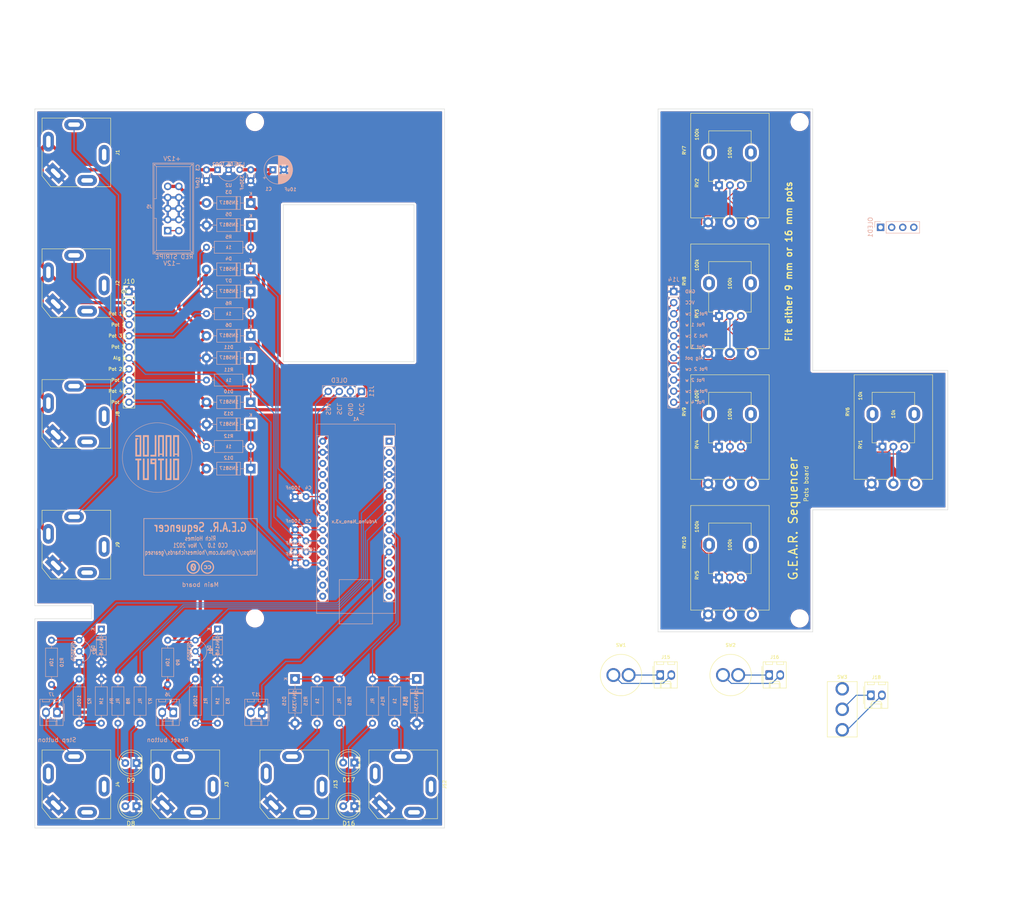
<source format=kicad_pcb>
(kicad_pcb (version 20171130) (host pcbnew 5.1.12-84ad8e8a86~92~ubuntu20.04.1)
  (layers (0 F.Cu signal) (31 B.Cu signal) (34 B.Paste user) (35 F.Paste user) (36 B.SilkS user) (37 F.SilkS user) (38 B.Mask user) (39 F.Mask user) (44 Edge.Cuts user))
  (net 0 "")
  (net 1 GND1)
  (net 2 "Net-(OLED1-Pad1)")
  (net 3 "Net-(OLED1-Pad2)")
  (net 4 "Net-(OLED1-Pad3)")
  (net 5 "Net-(OLED1-Pad4)")
  (net 6 "Net-(A1-Pad16)")
  (net 7 +12V)
  (net 8 GND)
  (net 9 "Net-(A1-Pad28)")
  (net 10 "Net-(A1-Pad27)")
  (net 11 CLOCK_IN)
  (net 12 "Net-(A1-Pad26)")
  (net 13 SCL)
  (net 14 SDA)
  (net 15 "Net-(A1-Pad3)")
  (net 16 "Net-(A1-Pad18)")
  (net 17 "Net-(A1-Pad2)")
  (net 18 "Net-(A1-Pad17)")
  (net 19 "Net-(A1-Pad1)")
  (net 20 +5V)
  (net 21 /+12_IN)
  (net 22 /CLK_IN_J)
  (net 23 "Net-(A1-Pad12)")
  (net 24 "Net-(A1-Pad15)")
  (net 25 "Net-(A1-Pad14)")
  (net 26 "Net-(A1-Pad13)")
  (net 27 "Net-(A1-Pad11)")
  (net 28 CV_4)
  (net 29 RESET)
  (net 30 CV_3)
  (net 31 PER_OUT)
  (net 32 CV_2)
  (net 33 SEQ_OUT)
  (net 34 CV_1)
  (net 35 POT_ALG)
  (net 36 "Net-(D1-Pad1)")
  (net 37 "Net-(D2-Pad1)")
  (net 38 /SEQ_LED)
  (net 39 /PER_LED)
  (net 40 /RESET_J)
  (net 41 /SEQ_J)
  (net 42 /PER_J)
  (net 43 POT_1_CW)
  (net 44 POT_2_CW)
  (net 45 POT_3_CW)
  (net 46 POT_4_CW)
  (net 47 POT_4_W)
  (net 48 POT_3_W)
  (net 49 POT_2_W)
  (net 50 POT_1_W)
  (net 51 POT_4_W_P)
  (net 52 POT_4_CW_P)
  (net 53 POT_3_W_P)
  (net 54 POT_3_CW_P)
  (net 55 POT_2_W_P)
  (net 56 POT_2_CW_P)
  (net 57 POT_1_W_P)
  (net 58 POT_1_CW_P)
  (net 59 POT_ALG_P)
  (net 60 "Net-(J5-Pad1)")
  (net 61 "Net-(J15-Pad2)")
  (net 62 "Net-(J15-Pad1)")
  (net 63 "Net-(J16-Pad2)")
  (net 64 "Net-(J16-Pad1)")
  (net 65 +5V_1)
  (net 66 RES_LED)
  (net 67 CLOCK_LED)
  (net 68 "Net-(D8-Pad2)")
  (net 69 "Net-(D9-Pad2)")
  (net 70 "Net-(J18-Pad2)")
  (net 71 "Net-(J18-Pad1)")
  (module gearseq_panel:gearseq_panel_holes (layer F.Cu) (at 198 102)
    (fp_text reference GRAF2 hide)
    (fp_text value Holes hide)
  )
  (module gearseq_panel:gearseq_panel_holes (layer F.Cu) (at 73 102)
    (fp_text reference GRAF1 hide)
    (fp_text value Holes hide)
  )
  (module ao_tht:SPDT-toggle-switch-1M-series (layer F.Cu) (at 211.269 159.758)
    (fp_text reference SW3 (at 0 -7.4) (layer F.SilkS) (effects (font (size 0.75 0.75))))
    (fp_text value SW_SPST)
    (pad 1 thru_hole circle (at 0 4.7) (size 3.1 3.1) (drill 2.1) (layers *.Cu *.Mask) (net 70 "Net-(J18-Pad2)"))
    (pad 3 thru_hole circle (at 0 -4.7) (size 3.1 3.1) (drill 2.1) (layers *.Cu *.Mask))
    (pad 2 thru_hole circle (at 0 0) (size 3.1 3.1) (drill 2.1) (layers *.Cu *.Mask) (net 71 "Net-(J18-Pad1)"))
  )
  (module ao_tht:Molex_KK-254_AE-6410-02A_1x02_P2.54mm_Vertical (layer F.Cu) (at 217.824 156.543)
    (fp_text reference J18 (at 1.27 -4.12) (layer F.SilkS) (effects (font (size 0.75 0.75))))
    (fp_text value 2_pin_Molex_connector)
    (pad 2 thru_hole oval (at 2.54 0) (size 1.74 2.2) (drill 1.2) (layers *.Cu *.Mask) (net 70 "Net-(J18-Pad2)"))
    (pad 1 thru_hole roundrect (at 0 0) (size 1.74 2.2) (drill 1.2) (layers *.Cu *.Mask) (roundrect_rratio 0.143678) (net 71 "Net-(J18-Pad1)"))
  )
  (module ao_tht:Molex_KK-254_AE-6410-02A_1x02_P2.54mm_Vertical (layer B.Cu) (at 78.08 160.48 180)
    (fp_text reference J17 (at 1.27 4.12) (layer B.SilkS) (effects (font (size 0.75 0.75)) (justify mirror)))
    (fp_text value 2_pin_Molex_header)
    (pad 2 thru_hole oval (at 2.54 0 180) (size 1.74 2.2) (drill 1.2) (layers *.Cu *.Mask) (net 27 "Net-(A1-Pad11)"))
    (pad 1 thru_hole roundrect (at 0 0 180) (size 1.74 2.2) (drill 1.2) (layers *.Cu *.Mask) (roundrect_rratio 0.143678) (net 8 GND))
  )
  (module ao_tht:C_Disc_D3.0mm_W1.6mm_P2.50mm (layer B.Cu) (at 85.7 121.11)
    (fp_text reference C8 (at -0.5 2) (layer B.SilkS) (effects (font (size 0.75 0.75)) (justify mirror)))
    (fp_text value 100nF)
    (fp_text user %V (at 3 2) (layer B.SilkS) (effects (font (size 0.75 0.75)) (justify mirror)))
    (pad 1 thru_hole circle (at 0 0) (size 1.6 1.6) (drill 0.8) (layers *.Cu *.Mask) (net 8 GND))
    (pad 2 thru_hole circle (at 2.5 0) (size 1.6 1.6) (drill 0.8) (layers *.Cu *.Mask) (net 35 POT_ALG))
  )
  (module ao_tht:C_Disc_D3.0mm_W1.6mm_P2.50mm (layer B.Cu) (at 88.24 126.19 180)
    (fp_text reference C7 (at -0.5 2) (layer B.SilkS) (effects (font (size 0.75 0.75)) (justify mirror)))
    (fp_text value 100nF)
    (fp_text user %V (at 3 2) (layer B.SilkS) (effects (font (size 0.75 0.75)) (justify mirror)))
    (pad 1 thru_hole circle (at 0 0 180) (size 1.6 1.6) (drill 0.8) (layers *.Cu *.Mask) (net 28 CV_4))
    (pad 2 thru_hole circle (at 2.5 0 180) (size 1.6 1.6) (drill 0.8) (layers *.Cu *.Mask) (net 8 GND))
  )
  (module ao_tht:C_Disc_D3.0mm_W1.6mm_P2.50mm (layer B.Cu) (at 88.24 123.65 180)
    (fp_text reference C6 (at -0.5 2) (layer B.SilkS) (effects (font (size 0.75 0.75)) (justify mirror)))
    (fp_text value 100nF)
    (fp_text user %V (at 3 2) (layer B.SilkS) (effects (font (size 0.75 0.75)) (justify mirror)))
    (pad 1 thru_hole circle (at 0 0 180) (size 1.6 1.6) (drill 0.8) (layers *.Cu *.Mask) (net 30 CV_3))
    (pad 2 thru_hole circle (at 2.5 0 180) (size 1.6 1.6) (drill 0.8) (layers *.Cu *.Mask) (net 8 GND))
  )
  (module ao_tht:C_Disc_D3.0mm_W1.6mm_P2.50mm (layer B.Cu) (at 88.24 118.57 180)
    (fp_text reference C5 (at -0.5 2) (layer B.SilkS) (effects (font (size 0.75 0.75)) (justify mirror)))
    (fp_text value 100nF)
    (fp_text user %V (at 3 2) (layer B.SilkS) (effects (font (size 0.75 0.75)) (justify mirror)))
    (pad 1 thru_hole circle (at 0 0 180) (size 1.6 1.6) (drill 0.8) (layers *.Cu *.Mask) (net 32 CV_2))
    (pad 2 thru_hole circle (at 2.5 0 180) (size 1.6 1.6) (drill 0.8) (layers *.Cu *.Mask) (net 8 GND))
  )
  (module ao_tht:C_Disc_D3.0mm_W1.6mm_P2.50mm (layer B.Cu) (at 88.24 110.95 180)
    (fp_text reference C4 (at -0.5 2) (layer B.SilkS) (effects (font (size 0.75 0.75)) (justify mirror)))
    (fp_text value 100nF)
    (fp_text user %V (at 3 2) (layer B.SilkS) (effects (font (size 0.75 0.75)) (justify mirror)))
    (pad 1 thru_hole circle (at 0 0 180) (size 1.6 1.6) (drill 0.8) (layers *.Cu *.Mask) (net 34 CV_1))
    (pad 2 thru_hole circle (at 2.5 0 180) (size 1.6 1.6) (drill 0.8) (layers *.Cu *.Mask) (net 8 GND))
  )
  (module ao_tht:Arduino_Nano (layer B.Cu) (at 107.29 98.25 180)
    (fp_text reference A1 (at 7.62 5.08) (layer B.SilkS) (effects (font (size 0.75 0.75)) (justify mirror)))
    (fp_text value Arduino_Nano_v3.x)
    (fp_text user %V (at 8 -18.415) (layer B.SilkS) (effects (font (size 0.75 0.75)) (justify mirror)))
    (pad 16 thru_hole oval (at 15.24 -35.56 180) (size 1.6 1.6) (drill 0.8) (layers *.Cu *.Mask) (net 6 "Net-(A1-Pad16)"))
    (pad 15 thru_hole oval (at 0 -35.56 180) (size 1.6 1.6) (drill 0.8) (layers *.Cu *.Mask) (net 24 "Net-(A1-Pad15)"))
    (pad 30 thru_hole oval (at 15.24 0 180) (size 1.6 1.6) (drill 0.8) (layers *.Cu *.Mask) (net 7 +12V))
    (pad 14 thru_hole oval (at 0 -33.02 180) (size 1.6 1.6) (drill 0.8) (layers *.Cu *.Mask) (net 25 "Net-(A1-Pad14)"))
    (pad 29 thru_hole oval (at 15.24 -2.54 180) (size 1.6 1.6) (drill 0.8) (layers *.Cu *.Mask) (net 8 GND))
    (pad 13 thru_hole oval (at 0 -30.48 180) (size 1.6 1.6) (drill 0.8) (layers *.Cu *.Mask) (net 26 "Net-(A1-Pad13)"))
    (pad 28 thru_hole oval (at 15.24 -5.08 180) (size 1.6 1.6) (drill 0.8) (layers *.Cu *.Mask) (net 9 "Net-(A1-Pad28)"))
    (pad 12 thru_hole oval (at 0 -27.94 180) (size 1.6 1.6) (drill 0.8) (layers *.Cu *.Mask) (net 23 "Net-(A1-Pad12)"))
    (pad 27 thru_hole oval (at 15.24 -7.62 180) (size 1.6 1.6) (drill 0.8) (layers *.Cu *.Mask) (net 10 "Net-(A1-Pad27)"))
    (pad 11 thru_hole oval (at 0 -25.4 180) (size 1.6 1.6) (drill 0.8) (layers *.Cu *.Mask) (net 27 "Net-(A1-Pad11)"))
    (pad 26 thru_hole oval (at 15.24 -10.16 180) (size 1.6 1.6) (drill 0.8) (layers *.Cu *.Mask) (net 12 "Net-(A1-Pad26)"))
    (pad 10 thru_hole oval (at 0 -22.86 180) (size 1.6 1.6) (drill 0.8) (layers *.Cu *.Mask) (net 31 PER_OUT))
    (pad 25 thru_hole oval (at 15.24 -12.7 180) (size 1.6 1.6) (drill 0.8) (layers *.Cu *.Mask) (net 34 CV_1))
    (pad 9 thru_hole oval (at 0 -20.32 180) (size 1.6 1.6) (drill 0.8) (layers *.Cu *.Mask) (net 33 SEQ_OUT))
    (pad 24 thru_hole oval (at 15.24 -15.24 180) (size 1.6 1.6) (drill 0.8) (layers *.Cu *.Mask) (net 13 SCL))
    (pad 8 thru_hole oval (at 0 -17.78 180) (size 1.6 1.6) (drill 0.8) (layers *.Cu *.Mask) (net 29 RESET))
    (pad 23 thru_hole oval (at 15.24 -17.78 180) (size 1.6 1.6) (drill 0.8) (layers *.Cu *.Mask) (net 14 SDA))
    (pad 7 thru_hole oval (at 0 -15.24 180) (size 1.6 1.6) (drill 0.8) (layers *.Cu *.Mask) (net 66 RES_LED))
    (pad 22 thru_hole oval (at 15.24 -20.32 180) (size 1.6 1.6) (drill 0.8) (layers *.Cu *.Mask) (net 32 CV_2))
    (pad 6 thru_hole oval (at 0 -12.7 180) (size 1.6 1.6) (drill 0.8) (layers *.Cu *.Mask) (net 67 CLOCK_LED))
    (pad 21 thru_hole oval (at 15.24 -22.86 180) (size 1.6 1.6) (drill 0.8) (layers *.Cu *.Mask) (net 35 POT_ALG))
    (pad 5 thru_hole oval (at 0 -10.16 180) (size 1.6 1.6) (drill 0.8) (layers *.Cu *.Mask) (net 11 CLOCK_IN))
    (pad 20 thru_hole oval (at 15.24 -25.4 180) (size 1.6 1.6) (drill 0.8) (layers *.Cu *.Mask) (net 30 CV_3))
    (pad 4 thru_hole oval (at 0 -7.62 180) (size 1.6 1.6) (drill 0.8) (layers *.Cu *.Mask) (net 8 GND))
    (pad 19 thru_hole oval (at 15.24 -27.94 180) (size 1.6 1.6) (drill 0.8) (layers *.Cu *.Mask) (net 28 CV_4))
    (pad 3 thru_hole oval (at 0 -5.08 180) (size 1.6 1.6) (drill 0.8) (layers *.Cu *.Mask) (net 15 "Net-(A1-Pad3)"))
    (pad 18 thru_hole oval (at 15.24 -30.48 180) (size 1.6 1.6) (drill 0.8) (layers *.Cu *.Mask) (net 16 "Net-(A1-Pad18)"))
    (pad 2 thru_hole oval (at 0 -2.54 180) (size 1.6 1.6) (drill 0.8) (layers *.Cu *.Mask) (net 17 "Net-(A1-Pad2)"))
    (pad 17 thru_hole oval (at 15.24 -33.02 180) (size 1.6 1.6) (drill 0.8) (layers *.Cu *.Mask) (net 18 "Net-(A1-Pad17)"))
    (pad 1 thru_hole rect (at 0 0 180) (size 1.6 1.6) (drill 0.8) (layers *.Cu *.Mask) (net 19 "Net-(A1-Pad1)"))
  )
  (module ao_tht:R_Axial_DIN0207_L6.3mm_D2.5mm_P10.16mm_Horizontal (layer B.Cu) (at 29.82 154.07 90)
    (fp_text reference R10 (at 5.08 2.37 90) (layer B.SilkS) (effects (font (size 0.75 0.75)) (justify mirror)))
    (fp_text value 10k)
    (fp_text user %V (at 5.08 0 90) (layer B.SilkS) (effects (font (size 0.75 0.75)) (justify mirror)))
    (pad 1 thru_hole circle (at 0 0 90) (size 1.6 1.6) (drill 0.8) (layers *.Cu *.Mask) (net 20 +5V))
    (pad 2 thru_hole oval (at 10.16 0 90) (size 1.6 1.6) (drill 0.8) (layers *.Cu *.Mask) (net 11 CLOCK_IN))
  )
  (module ao_tht:R_Axial_DIN0207_L6.3mm_D2.5mm_P10.16mm_Horizontal (layer B.Cu) (at 56.49 154.07 90)
    (fp_text reference R9 (at 5.08 2.37 90) (layer B.SilkS) (effects (font (size 0.75 0.75)) (justify mirror)))
    (fp_text value 10k)
    (fp_text user %V (at 5.08 0 90) (layer B.SilkS) (effects (font (size 0.75 0.75)) (justify mirror)))
    (pad 1 thru_hole circle (at 0 0 90) (size 1.6 1.6) (drill 0.8) (layers *.Cu *.Mask) (net 20 +5V))
    (pad 2 thru_hole oval (at 10.16 0 90) (size 1.6 1.6) (drill 0.8) (layers *.Cu *.Mask) (net 29 RESET))
  )
  (module ao_tht:R_Axial_DIN0207_L6.3mm_D2.5mm_P10.16mm_Horizontal (layer B.Cu) (at 41.25 162.96 90)
    (fp_text reference R4 (at 5.08 2.37 90) (layer B.SilkS) (effects (font (size 0.75 0.75)) (justify mirror)))
    (fp_text value 1M)
    (fp_text user %V (at 5.08 0 90) (layer B.SilkS) (effects (font (size 0.75 0.75)) (justify mirror)))
    (pad 1 thru_hole circle (at 0 0 90) (size 1.6 1.6) (drill 0.8) (layers *.Cu *.Mask) (net 37 "Net-(D2-Pad1)"))
    (pad 2 thru_hole oval (at 10.16 0 90) (size 1.6 1.6) (drill 0.8) (layers *.Cu *.Mask) (net 8 GND))
  )
  (module ao_tht:R_Axial_DIN0207_L6.3mm_D2.5mm_P10.16mm_Horizontal (layer B.Cu) (at 67.92 162.96 90)
    (fp_text reference R3 (at 5.08 2.37 90) (layer B.SilkS) (effects (font (size 0.75 0.75)) (justify mirror)))
    (fp_text value 1M)
    (fp_text user %V (at 5.08 0 90) (layer B.SilkS) (effects (font (size 0.75 0.75)) (justify mirror)))
    (pad 1 thru_hole circle (at 0 0 90) (size 1.6 1.6) (drill 0.8) (layers *.Cu *.Mask) (net 36 "Net-(D1-Pad1)"))
    (pad 2 thru_hole oval (at 10.16 0 90) (size 1.6 1.6) (drill 0.8) (layers *.Cu *.Mask) (net 8 GND))
  )
  (module ao_tht:R_Axial_DIN0207_L6.3mm_D2.5mm_P10.16mm_Horizontal (layer B.Cu) (at 36.17 162.96 90)
    (fp_text reference R2 (at 5.08 2.37 90) (layer B.SilkS) (effects (font (size 0.75 0.75)) (justify mirror)))
    (fp_text value 100k)
    (fp_text user %V (at 5.08 0 90) (layer B.SilkS) (effects (font (size 0.75 0.75)) (justify mirror)))
    (pad 1 thru_hole circle (at 0 0 90) (size 1.6 1.6) (drill 0.8) (layers *.Cu *.Mask) (net 37 "Net-(D2-Pad1)"))
    (pad 2 thru_hole oval (at 10.16 0 90) (size 1.6 1.6) (drill 0.8) (layers *.Cu *.Mask) (net 22 /CLK_IN_J))
  )
  (module ao_tht:R_Axial_DIN0207_L6.3mm_D2.5mm_P10.16mm_Horizontal (layer B.Cu) (at 62.84 162.96 90)
    (fp_text reference R1 (at 5.08 2.37 90) (layer B.SilkS) (effects (font (size 0.75 0.75)) (justify mirror)))
    (fp_text value 100k)
    (fp_text user %V (at 5.08 0 90) (layer B.SilkS) (effects (font (size 0.75 0.75)) (justify mirror)))
    (pad 1 thru_hole circle (at 0 0 90) (size 1.6 1.6) (drill 0.8) (layers *.Cu *.Mask) (net 36 "Net-(D1-Pad1)"))
    (pad 2 thru_hole oval (at 10.16 0 90) (size 1.6 1.6) (drill 0.8) (layers *.Cu *.Mask) (net 40 /RESET_J))
  )
  (module ao_tht:TO-92_Inline_Wide (layer B.Cu) (at 36.17 148.99 90)
    (fp_text reference Q2 (at 2.54 3.56 90) (layer B.SilkS) (effects (font (size 0.75 0.75)) (justify mirror)))
    (fp_text value 2N3904)
    (fp_text user %V (at 2.54 -1.27 90) (layer B.SilkS) (effects (font (size 0.75 0.75)) (justify mirror)))
    (pad 1 thru_hole rect (at 0 0) (size 1.5 1.5) (drill 0.8) (layers *.Cu *.Mask) (net 8 GND))
    (pad 3 thru_hole circle (at 5.08 0) (size 1.5 1.5) (drill 0.8) (layers *.Cu *.Mask) (net 11 CLOCK_IN))
    (pad 2 thru_hole circle (at 2.54 0) (size 1.5 1.5) (drill 0.8) (layers *.Cu *.Mask) (net 37 "Net-(D2-Pad1)"))
  )
  (module ao_tht:TO-92_Inline_Wide (layer B.Cu) (at 62.84 148.99 90)
    (fp_text reference Q1 (at 2.54 3.56 90) (layer B.SilkS) (effects (font (size 0.75 0.75)) (justify mirror)))
    (fp_text value 2N3904)
    (fp_text user %V (at 2.54 -1.27 90) (layer B.SilkS) (effects (font (size 0.75 0.75)) (justify mirror)))
    (pad 1 thru_hole rect (at 0 0) (size 1.5 1.5) (drill 0.8) (layers *.Cu *.Mask) (net 8 GND))
    (pad 3 thru_hole circle (at 5.08 0) (size 1.5 1.5) (drill 0.8) (layers *.Cu *.Mask) (net 29 RESET))
    (pad 2 thru_hole circle (at 2.54 0) (size 1.5 1.5) (drill 0.8) (layers *.Cu *.Mask) (net 36 "Net-(D1-Pad1)"))
  )
  (module ao_tht:D_DO-35_SOD27_P7.62mm_Horizontal (layer B.Cu) (at 41.25 141.37 270)
    (fp_text reference D2 (at 4.445 1.905 90) (layer B.SilkS) (effects (font (size 0.75 0.75)) (justify mirror)))
    (fp_text value 1N4148)
    (fp_text user K (at 0 1.905 90) (layer B.SilkS) (effects (font (size 0.75 0.75)) (justify mirror)))
    (fp_text user %V (at 3.81 0 90) (layer B.SilkS) (effects (font (size 0.75 0.75)) (justify mirror)))
    (pad 2 thru_hole oval (at 7.62 0 270) (size 1.6 1.6) (drill 0.8) (layers *.Cu *.Mask) (net 8 GND))
    (pad 1 thru_hole rect (at 0 0 270) (size 1.6 1.6) (drill 0.8) (layers *.Cu *.Mask) (net 37 "Net-(D2-Pad1)"))
  )
  (module ao_tht:D_DO-35_SOD27_P7.62mm_Horizontal (layer B.Cu) (at 67.92 141.37 270)
    (fp_text reference D1 (at 4.445 1.905 90) (layer B.SilkS) (effects (font (size 0.75 0.75)) (justify mirror)))
    (fp_text value 1N4148)
    (fp_text user K (at 0 1.905 90) (layer B.SilkS) (effects (font (size 0.75 0.75)) (justify mirror)))
    (fp_text user %V (at 3.81 0 90) (layer B.SilkS) (effects (font (size 0.75 0.75)) (justify mirror)))
    (pad 2 thru_hole oval (at 7.62 0 270) (size 1.6 1.6) (drill 0.8) (layers *.Cu *.Mask) (net 8 GND))
    (pad 1 thru_hole rect (at 0 0 270) (size 1.6 1.6) (drill 0.8) (layers *.Cu *.Mask) (net 36 "Net-(D1-Pad1)"))
  )
  (module ao_tht:Potentiometer_Alpha_16mm_Single_Vertical (layer F.Cu) (at 185.5 122 90)
    (fp_text reference RV10 (at 0.5 -10.5 90) (layer F.SilkS) (effects (font (size 0.75 0.75))))
    (fp_text value 100k)
    (fp_text user %V (at 0 0 90) (layer F.SilkS) (effects (font (size 0.75 0.75))))
    (pad 3 thru_hole circle (at -16 5 90) (size 2.34 2.34) (drill 1.3) (layers *.Cu *.Mask) (net 52 POT_4_CW_P))
    (pad 2 thru_hole circle (at -16 0 90) (size 2.34 2.34) (drill 1.3) (layers *.Cu *.Mask) (net 51 POT_4_W_P))
    (pad 1 thru_hole circle (at -16 -5 90) (size 2.34 2.34) (drill 1.3) (layers *.Cu *.Mask) (net 1 GND1))
  )
  (module ao_tht:Potentiometer_Alpha_16mm_Single_Vertical (layer F.Cu) (at 185.5 92 90)
    (fp_text reference RV9 (at 0.5 -10.5 90) (layer F.SilkS) (effects (font (size 0.75 0.75))))
    (fp_text value 100k)
    (fp_text user %V (at 0 0 90) (layer F.SilkS) (effects (font (size 0.75 0.75))))
    (pad 3 thru_hole circle (at -16 5 90) (size 2.34 2.34) (drill 1.3) (layers *.Cu *.Mask) (net 54 POT_3_CW_P))
    (pad 2 thru_hole circle (at -16 0 90) (size 2.34 2.34) (drill 1.3) (layers *.Cu *.Mask) (net 53 POT_3_W_P))
    (pad 1 thru_hole circle (at -16 -5 90) (size 2.34 2.34) (drill 1.3) (layers *.Cu *.Mask) (net 1 GND1))
  )
  (module ao_tht:Potentiometer_Alpha_16mm_Single_Vertical (layer F.Cu) (at 185.5 62 90)
    (fp_text reference RV8 (at 0.5 -10.5 90) (layer F.SilkS) (effects (font (size 0.75 0.75))))
    (fp_text value 100k)
    (fp_text user %V (at 0 0 90) (layer F.SilkS) (effects (font (size 0.75 0.75))))
    (pad 3 thru_hole circle (at -16 5 90) (size 2.34 2.34) (drill 1.3) (layers *.Cu *.Mask) (net 56 POT_2_CW_P))
    (pad 2 thru_hole circle (at -16 0 90) (size 2.34 2.34) (drill 1.3) (layers *.Cu *.Mask) (net 55 POT_2_W_P))
    (pad 1 thru_hole circle (at -16 -5 90) (size 2.34 2.34) (drill 1.3) (layers *.Cu *.Mask) (net 1 GND1))
  )
  (module ao_tht:Potentiometer_Alpha_16mm_Single_Vertical (layer F.Cu) (at 185.5 32 90)
    (fp_text reference RV7 (at 0.5 -10.5 90) (layer F.SilkS) (effects (font (size 0.75 0.75))))
    (fp_text value 100k)
    (fp_text user %V (at 0 0 90) (layer F.SilkS) (effects (font (size 0.75 0.75))))
    (pad 3 thru_hole circle (at -16 5 90) (size 2.34 2.34) (drill 1.3) (layers *.Cu *.Mask) (net 58 POT_1_CW_P))
    (pad 2 thru_hole circle (at -16 0 90) (size 2.34 2.34) (drill 1.3) (layers *.Cu *.Mask) (net 57 POT_1_W_P))
    (pad 1 thru_hole circle (at -16 -5 90) (size 2.34 2.34) (drill 1.3) (layers *.Cu *.Mask) (net 1 GND1))
  )
  (module ao_tht:Potentiometer_Alpha_16mm_Single_Vertical (layer F.Cu) (at 223 92 90)
    (fp_text reference RV6 (at 0.5 -10.5 90) (layer F.SilkS) (effects (font (size 0.75 0.75))))
    (fp_text value 10k)
    (fp_text user %V (at 0 0 90) (layer F.SilkS) (effects (font (size 0.75 0.75))))
    (pad 3 thru_hole circle (at -16 5 90) (size 2.34 2.34) (drill 1.3) (layers *.Cu *.Mask) (net 65 +5V_1))
    (pad 2 thru_hole circle (at -16 0 90) (size 2.34 2.34) (drill 1.3) (layers *.Cu *.Mask) (net 59 POT_ALG_P))
    (pad 1 thru_hole circle (at -16 -5 90) (size 2.34 2.34) (drill 1.3) (layers *.Cu *.Mask) (net 1 GND1))
  )
  (module ao_tht:Push_button_A-5050 (layer F.Cu) (at 185.645 151.9)
    (fp_text reference SW2 (at 0 -6.858) (layer F.SilkS) (effects (font (size 0.75 0.75))))
    (fp_text value SW_Push_red)
    (pad 1 thru_hole circle (at -1.75 0) (size 3.2 3.2) (drill 2.3) (layers *.Cu *.Mask) (net 63 "Net-(J16-Pad2)"))
    (pad 2 thru_hole circle (at 1.75 0) (size 3.2 3.2) (drill 2.3) (layers *.Cu *.Mask) (net 64 "Net-(J16-Pad1)"))
  )
  (module ao_tht:Push_button_A-5050 (layer F.Cu) (at 160.5 151.9)
    (fp_text reference SW1 (at 0 -6.858) (layer F.SilkS) (effects (font (size 0.75 0.75))))
    (fp_text value SW_Push_black)
    (pad 1 thru_hole circle (at -1.75 0) (size 3.2 3.2) (drill 2.3) (layers *.Cu *.Mask) (net 61 "Net-(J15-Pad2)"))
    (pad 2 thru_hole circle (at 1.75 0) (size 3.2 3.2) (drill 2.3) (layers *.Cu *.Mask) (net 62 "Net-(J15-Pad1)"))
  )
  (module ao_tht:Molex_KK-254_AE-6410-02A_1x02_P2.54mm_Vertical (layer F.Cu) (at 194.5 151.9)
    (fp_text reference J16 (at 1.27 -4.12) (layer F.SilkS) (effects (font (size 0.75 0.75))))
    (fp_text value 2_pin_Molex_connector)
    (pad 2 thru_hole oval (at 2.54 0) (size 1.74 2.2) (drill 1.2) (layers *.Cu *.Mask) (net 63 "Net-(J16-Pad2)"))
    (pad 1 thru_hole roundrect (at 0 0) (size 1.74 2.2) (drill 1.2) (layers *.Cu *.Mask) (roundrect_rratio 0.143678) (net 64 "Net-(J16-Pad1)"))
  )
  (module ao_tht:Molex_KK-254_AE-6410-02A_1x02_P2.54mm_Vertical (layer F.Cu) (at 169.5 151.9)
    (fp_text reference J15 (at 1.27 -4.12) (layer F.SilkS) (effects (font (size 0.75 0.75))))
    (fp_text value 2_pin_Molex_connector)
    (pad 2 thru_hole oval (at 2.54 0) (size 1.74 2.2) (drill 1.2) (layers *.Cu *.Mask) (net 61 "Net-(J15-Pad2)"))
    (pad 1 thru_hole roundrect (at 0 0) (size 1.74 2.2) (drill 1.2) (layers *.Cu *.Mask) (roundrect_rratio 0.143678) (net 62 "Net-(J15-Pad1)"))
  )
  (module ao_tht:Jack_6.35mm_PJ_629HAN_slots (layer F.Cu) (at 35.5 122 270)
    (fp_text reference J9 (at 0 -9.5 90) (layer F.SilkS) (effects (font (size 0.75 0.75))))
    (fp_text value AudioJack2_SwitchT)
    (pad RN thru_hole oval (at 6.4 -2.5 270) (size 2.500001 4.500001) (drill oval 1 2.7) (layers *.Cu *.Mask))
    (pad TN thru_hole oval (at -2.5 6.4 270) (size 4.5 2.5) (drill oval 2.7 1) (layers *.Cu *.Mask) (net 20 +5V))
    (pad R thru_hole oval (at 0.5 -6.4 270) (size 4.500001 2.5) (drill oval 2.7 1) (layers *.Cu *.Mask))
    (pad S thru_hole rect (at 4.74 4.74 315) (size 4.500001 2.500001) (drill oval 2.7 1) (layers *.Cu *.Mask) (net 8 GND))
    (pad T thru_hole oval (at -6.4 0.5 270) (size 2.5 4.5) (drill oval 1 2.7) (layers *.Cu *.Mask) (net 46 POT_4_CW))
  )
  (module ao_tht:Jack_6.35mm_PJ_629HAN_slots (layer F.Cu) (at 35.5 92 270)
    (fp_text reference J8 (at 0 -9.5 90) (layer F.SilkS) (effects (font (size 0.75 0.75))))
    (fp_text value AudioJack2_SwitchT)
    (pad RN thru_hole oval (at 6.4 -2.5 270) (size 2.500001 4.500001) (drill oval 1 2.7) (layers *.Cu *.Mask))
    (pad TN thru_hole oval (at -2.5 6.4 270) (size 4.5 2.5) (drill oval 2.7 1) (layers *.Cu *.Mask) (net 20 +5V))
    (pad R thru_hole oval (at 0.5 -6.4 270) (size 4.500001 2.5) (drill oval 2.7 1) (layers *.Cu *.Mask))
    (pad S thru_hole rect (at 4.74 4.74 315) (size 4.500001 2.500001) (drill oval 2.7 1) (layers *.Cu *.Mask) (net 8 GND))
    (pad T thru_hole oval (at -6.4 0.5 270) (size 2.5 4.5) (drill oval 1 2.7) (layers *.Cu *.Mask) (net 45 POT_3_CW))
  )
  (module ao_tht:Jack_6.35mm_PJ_629HAN_slots (layer F.Cu) (at 85.5 177 270)
    (fp_text reference J13 (at 0 -9.5 90) (layer F.SilkS) (effects (font (size 0.75 0.75))))
    (fp_text value AudioJack2)
    (pad RN thru_hole oval (at 6.4 -2.5 270) (size 2.500001 4.500001) (drill oval 1 2.7) (layers *.Cu *.Mask))
    (pad TN thru_hole oval (at -2.5 6.4 270) (size 4.5 2.5) (drill oval 2.7 1) (layers *.Cu *.Mask))
    (pad R thru_hole oval (at 0.5 -6.4 270) (size 4.500001 2.5) (drill oval 2.7 1) (layers *.Cu *.Mask))
    (pad S thru_hole rect (at 4.74 4.74 315) (size 4.500001 2.500001) (drill oval 2.7 1) (layers *.Cu *.Mask) (net 8 GND))
    (pad T thru_hole oval (at -6.4 0.5 270) (size 2.5 4.5) (drill oval 1 2.7) (layers *.Cu *.Mask) (net 42 /PER_J))
  )
  (module ao_tht:Jack_6.35mm_PJ_629HAN_slots (layer F.Cu) (at 110.5 177 270)
    (fp_text reference J12 (at 0 -9.5 90) (layer F.SilkS) (effects (font (size 0.75 0.75))))
    (fp_text value AudioJack2)
    (pad RN thru_hole oval (at 6.4 -2.5 270) (size 2.500001 4.500001) (drill oval 1 2.7) (layers *.Cu *.Mask))
    (pad TN thru_hole oval (at -2.5 6.4 270) (size 4.5 2.5) (drill oval 2.7 1) (layers *.Cu *.Mask))
    (pad R thru_hole oval (at 0.5 -6.4 270) (size 4.500001 2.5) (drill oval 2.7 1) (layers *.Cu *.Mask))
    (pad S thru_hole rect (at 4.74 4.74 315) (size 4.500001 2.500001) (drill oval 2.7 1) (layers *.Cu *.Mask) (net 8 GND))
    (pad T thru_hole oval (at -6.4 0.5 270) (size 2.5 4.5) (drill oval 1 2.7) (layers *.Cu *.Mask) (net 41 /SEQ_J))
  )
  (module ao_tht:Jack_6.35mm_PJ_629HAN_slots (layer F.Cu) (at 35.5 177 270)
    (fp_text reference J4 (at 0 -9.5 90) (layer F.SilkS) (effects (font (size 0.75 0.75))))
    (fp_text value AudioJack2)
    (pad RN thru_hole oval (at 6.4 -2.5 270) (size 2.500001 4.500001) (drill oval 1 2.7) (layers *.Cu *.Mask))
    (pad TN thru_hole oval (at -2.5 6.4 270) (size 4.5 2.5) (drill oval 2.7 1) (layers *.Cu *.Mask))
    (pad R thru_hole oval (at 0.5 -6.4 270) (size 4.500001 2.5) (drill oval 2.7 1) (layers *.Cu *.Mask))
    (pad S thru_hole rect (at 4.74 4.74 315) (size 4.500001 2.500001) (drill oval 2.7 1) (layers *.Cu *.Mask) (net 8 GND))
    (pad T thru_hole oval (at -6.4 0.5 270) (size 2.5 4.5) (drill oval 1 2.7) (layers *.Cu *.Mask) (net 22 /CLK_IN_J))
  )
  (module ao_tht:Jack_6.35mm_PJ_629HAN_slots (layer F.Cu) (at 60.5 177 270)
    (fp_text reference J3 (at 0 -9.5 90) (layer F.SilkS) (effects (font (size 0.75 0.75))))
    (fp_text value AudioJack2)
    (pad RN thru_hole oval (at 6.4 -2.5 270) (size 2.500001 4.500001) (drill oval 1 2.7) (layers *.Cu *.Mask))
    (pad TN thru_hole oval (at -2.5 6.4 270) (size 4.5 2.5) (drill oval 2.7 1) (layers *.Cu *.Mask))
    (pad R thru_hole oval (at 0.5 -6.4 270) (size 4.500001 2.5) (drill oval 2.7 1) (layers *.Cu *.Mask))
    (pad S thru_hole rect (at 4.74 4.74 315) (size 4.500001 2.500001) (drill oval 2.7 1) (layers *.Cu *.Mask) (net 8 GND))
    (pad T thru_hole oval (at -6.4 0.5 270) (size 2.5 4.5) (drill oval 1 2.7) (layers *.Cu *.Mask) (net 40 /RESET_J))
  )
  (module ao_tht:Jack_6.35mm_PJ_629HAN_slots (layer F.Cu) (at 35.5 62 270)
    (fp_text reference J2 (at 0 -9.5 90) (layer F.SilkS) (effects (font (size 0.75 0.75))))
    (fp_text value AudioJack2_SwitchT)
    (pad RN thru_hole oval (at 6.4 -2.5 270) (size 2.500001 4.500001) (drill oval 1 2.7) (layers *.Cu *.Mask))
    (pad TN thru_hole oval (at -2.5 6.4 270) (size 4.5 2.5) (drill oval 2.7 1) (layers *.Cu *.Mask) (net 20 +5V))
    (pad R thru_hole oval (at 0.5 -6.4 270) (size 4.500001 2.5) (drill oval 2.7 1) (layers *.Cu *.Mask))
    (pad S thru_hole rect (at 4.74 4.74 315) (size 4.500001 2.500001) (drill oval 2.7 1) (layers *.Cu *.Mask) (net 8 GND))
    (pad T thru_hole oval (at -6.4 0.5 270) (size 2.5 4.5) (drill oval 1 2.7) (layers *.Cu *.Mask) (net 44 POT_2_CW))
  )
  (module ao_tht:Jack_6.35mm_PJ_629HAN_slots (layer F.Cu) (at 35.5 32 270)
    (fp_text reference J1 (at 0 -9.5 90) (layer F.SilkS) (effects (font (size 0.75 0.75))))
    (fp_text value AudioJack2_SwitchT)
    (pad RN thru_hole oval (at 6.4 -2.5 270) (size 2.500001 4.500001) (drill oval 1 2.7) (layers *.Cu *.Mask))
    (pad TN thru_hole oval (at -2.5 6.4 270) (size 4.5 2.5) (drill oval 2.7 1) (layers *.Cu *.Mask) (net 20 +5V))
    (pad R thru_hole oval (at 0.5 -6.4 270) (size 4.500001 2.5) (drill oval 2.7 1) (layers *.Cu *.Mask))
    (pad S thru_hole rect (at 4.74 4.74 315) (size 4.500001 2.500001) (drill oval 2.7 1) (layers *.Cu *.Mask) (net 8 GND))
    (pad T thru_hole oval (at -6.4 0.5 270) (size 2.5 4.5) (drill oval 1 2.7) (layers *.Cu *.Mask) (net 43 POT_1_CW))
  )
  (module ao_tht:Molex_KK-254_AE-6410-02A_1x02_P2.54mm_Vertical (layer B.Cu) (at 31.09 160.48 180)
    (fp_text reference J7 (at 1.27 4.12) (layer B.SilkS) (effects (font (size 0.75 0.75)) (justify mirror)))
    (fp_text value 2_pin_Molex_header)
    (pad 2 thru_hole oval (at 2.54 0 180) (size 1.74 2.2) (drill 1.2) (layers *.Cu *.Mask) (net 22 /CLK_IN_J))
    (pad 1 thru_hole roundrect (at 0 0 180) (size 1.74 2.2) (drill 1.2) (layers *.Cu *.Mask) (roundrect_rratio 0.143678) (net 20 +5V))
  )
  (module ao_tht:Molex_KK-254_AE-6410-02A_1x02_P2.54mm_Vertical (layer B.Cu) (at 57.76 160.48 180)
    (fp_text reference J6 (at 1.27 4.12) (layer B.SilkS) (effects (font (size 0.75 0.75)) (justify mirror)))
    (fp_text value 2_pin_Molex_header)
    (pad 2 thru_hole oval (at 2.54 0 180) (size 1.74 2.2) (drill 1.2) (layers *.Cu *.Mask) (net 40 /RESET_J))
    (pad 1 thru_hole roundrect (at 0 0 180) (size 1.74 2.2) (drill 1.2) (layers *.Cu *.Mask) (roundrect_rratio 0.143678) (net 20 +5V))
  )
  (module ao_tht:D_DO-41_SOD81_P10.16mm_Horizontal (layer B.Cu) (at 85.7 152.8 270)
    (fp_text reference D15 (at 5.08 2.47 90) (layer B.SilkS) (effects (font (size 0.75 0.75)) (justify mirror)))
    (fp_text value 1N4733A)
    (fp_text user K (at 0 2.1 90) (layer B.SilkS) (effects (font (size 0.75 0.75)) (justify mirror)))
    (fp_text user %V (at 5 0.1 90) (layer B.SilkS) (effects (font (size 0.75 0.75)) (justify mirror)))
    (pad 2 thru_hole oval (at 10.16 0 270) (size 2.2 2.2) (drill 1.1) (layers *.Cu *.Mask) (net 8 GND))
    (pad 1 thru_hole rect (at 0 0 270) (size 2.2 2.2) (drill 1.1) (layers *.Cu *.Mask) (net 31 PER_OUT))
  )
  (module ao_tht:D_DO-41_SOD81_P10.16mm_Horizontal (layer B.Cu) (at 113.64 152.8 270)
    (fp_text reference D14 (at 5.08 2.47 90) (layer B.SilkS) (effects (font (size 0.75 0.75)) (justify mirror)))
    (fp_text value 1N4733A)
    (fp_text user K (at 0 2.1 90) (layer B.SilkS) (effects (font (size 0.75 0.75)) (justify mirror)))
    (fp_text user %V (at 5 0.1 90) (layer B.SilkS) (effects (font (size 0.75 0.75)) (justify mirror)))
    (pad 2 thru_hole oval (at 10.16 0 270) (size 2.2 2.2) (drill 1.1) (layers *.Cu *.Mask) (net 8 GND))
    (pad 1 thru_hole rect (at 0 0 270) (size 2.2 2.2) (drill 1.1) (layers *.Cu *.Mask) (net 33 SEQ_OUT))
  )
  (module ao_tht:R_Axial_DIN0207_L6.3mm_D2.5mm_P10.16mm_Horizontal (layer B.Cu) (at 75.54 99.46 180)
    (fp_text reference R12 (at 5.08 2.37) (layer B.SilkS) (effects (font (size 0.75 0.75)) (justify mirror)))
    (fp_text value 1k)
    (fp_text user %V (at 5.08 0) (layer B.SilkS) (effects (font (size 0.75 0.75)) (justify mirror)))
    (pad 1 thru_hole circle (at 0 0 180) (size 1.6 1.6) (drill 0.8) (layers *.Cu *.Mask) (net 28 CV_4))
    (pad 2 thru_hole oval (at 10.16 0 180) (size 1.6 1.6) (drill 0.8) (layers *.Cu *.Mask) (net 47 POT_4_W))
  )
  (module ao_tht:R_Axial_DIN0207_L6.3mm_D2.5mm_P10.16mm_Horizontal (layer B.Cu) (at 75.54 84.22 180)
    (fp_text reference R11 (at 5.08 2.37) (layer B.SilkS) (effects (font (size 0.75 0.75)) (justify mirror)))
    (fp_text value 1k)
    (fp_text user %V (at 5.08 0) (layer B.SilkS) (effects (font (size 0.75 0.75)) (justify mirror)))
    (pad 1 thru_hole circle (at 0 0 180) (size 1.6 1.6) (drill 0.8) (layers *.Cu *.Mask) (net 30 CV_3))
    (pad 2 thru_hole oval (at 10.16 0 180) (size 1.6 1.6) (drill 0.8) (layers *.Cu *.Mask) (net 48 POT_3_W))
  )
  (module ao_tht:R_Axial_DIN0207_L6.3mm_D2.5mm_P10.16mm_Horizontal (layer B.Cu) (at 75.54 68.98 180)
    (fp_text reference R6 (at 5.08 2.37) (layer B.SilkS) (effects (font (size 0.75 0.75)) (justify mirror)))
    (fp_text value 1k)
    (fp_text user %V (at 5.08 0) (layer B.SilkS) (effects (font (size 0.75 0.75)) (justify mirror)))
    (pad 1 thru_hole circle (at 0 0 180) (size 1.6 1.6) (drill 0.8) (layers *.Cu *.Mask) (net 32 CV_2))
    (pad 2 thru_hole oval (at 10.16 0 180) (size 1.6 1.6) (drill 0.8) (layers *.Cu *.Mask) (net 49 POT_2_W))
  )
  (module Connector_PinSocket_2.54mm:PinSocket_1x11_P2.54mm_Vertical (layer B.Cu) (at 172.6 63.9 180)
    (fp_text reference J14 (at 0 2.77) (layer B.SilkS) (effects (justify mirror)))
    (fp_text value Conn_01x11)
    (pad 1 thru_hole rect (at 0 0 180) (size 1.7 1.7) (drill 1) (layers *.Cu *.Mask) (net 1 GND1))
    (pad 2 thru_hole oval (at 0 -2.54 180) (size 1.7 1.7) (drill 1) (layers *.Cu *.Mask) (net 65 +5V_1))
    (pad 3 thru_hole oval (at 0 -5.08 180) (size 1.7 1.7) (drill 1) (layers *.Cu *.Mask) (net 57 POT_1_W_P))
    (pad 4 thru_hole oval (at 0 -7.62 180) (size 1.7 1.7) (drill 1) (layers *.Cu *.Mask) (net 58 POT_1_CW_P))
    (pad 5 thru_hole oval (at 0 -10.16 180) (size 1.7 1.7) (drill 1) (layers *.Cu *.Mask) (net 55 POT_2_W_P))
    (pad 6 thru_hole oval (at 0 -12.7 180) (size 1.7 1.7) (drill 1) (layers *.Cu *.Mask) (net 56 POT_2_CW_P))
    (pad 7 thru_hole oval (at 0 -15.24 180) (size 1.7 1.7) (drill 1) (layers *.Cu *.Mask) (net 59 POT_ALG_P))
    (pad 8 thru_hole oval (at 0 -17.78 180) (size 1.7 1.7) (drill 1) (layers *.Cu *.Mask) (net 54 POT_3_CW_P))
    (pad 9 thru_hole oval (at 0 -20.32 180) (size 1.7 1.7) (drill 1) (layers *.Cu *.Mask) (net 53 POT_3_W_P))
    (pad 10 thru_hole oval (at 0 -22.86 180) (size 1.7 1.7) (drill 1) (layers *.Cu *.Mask) (net 52 POT_4_CW_P))
    (pad 11 thru_hole oval (at 0 -25.4 180) (size 1.7 1.7) (drill 1) (layers *.Cu *.Mask) (net 51 POT_4_W_P))
  )
  (module Connector_PinHeader_2.54mm:PinHeader_1x11_P2.54mm_Vertical (layer F.Cu) (at 47.6 63.9)
    (fp_text reference J10 (at 0 -2.33) (layer F.SilkS))
    (fp_text value Conn_01x11)
    (pad 1 thru_hole rect (at 0 0) (size 1.7 1.7) (drill 1) (layers *.Cu *.Mask) (net 8 GND))
    (pad 2 thru_hole oval (at 0 2.54) (size 1.7 1.7) (drill 1) (layers *.Cu *.Mask) (net 20 +5V))
    (pad 3 thru_hole oval (at 0 5.08) (size 1.7 1.7) (drill 1) (layers *.Cu *.Mask) (net 50 POT_1_W))
    (pad 4 thru_hole oval (at 0 7.62) (size 1.7 1.7) (drill 1) (layers *.Cu *.Mask) (net 43 POT_1_CW))
    (pad 5 thru_hole oval (at 0 10.16) (size 1.7 1.7) (drill 1) (layers *.Cu *.Mask) (net 49 POT_2_W))
    (pad 6 thru_hole oval (at 0 12.7) (size 1.7 1.7) (drill 1) (layers *.Cu *.Mask) (net 44 POT_2_CW))
    (pad 7 thru_hole oval (at 0 15.24) (size 1.7 1.7) (drill 1) (layers *.Cu *.Mask) (net 35 POT_ALG))
    (pad 8 thru_hole oval (at 0 17.78) (size 1.7 1.7) (drill 1) (layers *.Cu *.Mask) (net 45 POT_3_CW))
    (pad 9 thru_hole oval (at 0 20.32) (size 1.7 1.7) (drill 1) (layers *.Cu *.Mask) (net 48 POT_3_W))
    (pad 10 thru_hole oval (at 0 22.86) (size 1.7 1.7) (drill 1) (layers *.Cu *.Mask) (net 46 POT_4_CW))
    (pad 11 thru_hole oval (at 0 25.4) (size 1.7 1.7) (drill 1) (layers *.Cu *.Mask) (net 47 POT_4_W))
  )
  (module ao_tht:D_DO-41_SOD81_P10.16mm_Horizontal (layer B.Cu) (at 75.54 94.38 180)
    (fp_text reference D13 (at 5.08 2.47) (layer B.SilkS) (effects (font (size 0.75 0.75)) (justify mirror)))
    (fp_text value 1N5817)
    (fp_text user K (at 0 2.1) (layer B.SilkS) (effects (font (size 0.75 0.75)) (justify mirror)))
    (fp_text user %V (at 5 0.1) (layer B.SilkS) (effects (font (size 0.75 0.75)) (justify mirror)))
    (pad 2 thru_hole oval (at 10.16 0 180) (size 2.2 2.2) (drill 1.1) (layers *.Cu *.Mask) (net 8 GND))
    (pad 1 thru_hole rect (at 0 0 180) (size 2.2 2.2) (drill 1.1) (layers *.Cu *.Mask) (net 28 CV_4))
  )
  (module ao_tht:D_DO-41_SOD81_P10.16mm_Horizontal (layer B.Cu) (at 75.54 104.54 180)
    (fp_text reference D12 (at 5.08 2.47) (layer B.SilkS) (effects (font (size 0.75 0.75)) (justify mirror)))
    (fp_text value 1N5817)
    (fp_text user K (at 0 2.1) (layer B.SilkS) (effects (font (size 0.75 0.75)) (justify mirror)))
    (fp_text user %V (at 5 0.1) (layer B.SilkS) (effects (font (size 0.75 0.75)) (justify mirror)))
    (pad 2 thru_hole oval (at 10.16 0 180) (size 2.2 2.2) (drill 1.1) (layers *.Cu *.Mask) (net 20 +5V))
    (pad 1 thru_hole rect (at 0 0 180) (size 2.2 2.2) (drill 1.1) (layers *.Cu *.Mask) (net 28 CV_4))
  )
  (module ao_tht:D_DO-41_SOD81_P10.16mm_Horizontal (layer B.Cu) (at 75.54 79.14 180)
    (fp_text reference D11 (at 5.08 2.47) (layer B.SilkS) (effects (font (size 0.75 0.75)) (justify mirror)))
    (fp_text value 1N5817)
    (fp_text user K (at 0 2.1) (layer B.SilkS) (effects (font (size 0.75 0.75)) (justify mirror)))
    (fp_text user %V (at 5 0.1) (layer B.SilkS) (effects (font (size 0.75 0.75)) (justify mirror)))
    (pad 2 thru_hole oval (at 10.16 0 180) (size 2.2 2.2) (drill 1.1) (layers *.Cu *.Mask) (net 8 GND))
    (pad 1 thru_hole rect (at 0 0 180) (size 2.2 2.2) (drill 1.1) (layers *.Cu *.Mask) (net 30 CV_3))
  )
  (module ao_tht:D_DO-41_SOD81_P10.16mm_Horizontal (layer B.Cu) (at 75.54 89.3 180)
    (fp_text reference D10 (at 5.08 2.47) (layer B.SilkS) (effects (font (size 0.75 0.75)) (justify mirror)))
    (fp_text value 1N5817)
    (fp_text user K (at 0 2.1) (layer B.SilkS) (effects (font (size 0.75 0.75)) (justify mirror)))
    (fp_text user %V (at 5 0.1) (layer B.SilkS) (effects (font (size 0.75 0.75)) (justify mirror)))
    (pad 2 thru_hole oval (at 10.16 0 180) (size 2.2 2.2) (drill 1.1) (layers *.Cu *.Mask) (net 20 +5V))
    (pad 1 thru_hole rect (at 0 0 180) (size 2.2 2.2) (drill 1.1) (layers *.Cu *.Mask) (net 30 CV_3))
  )
  (module ao_tht:D_DO-41_SOD81_P10.16mm_Horizontal (layer B.Cu) (at 75.54 63.9 180)
    (fp_text reference D7 (at 5.08 2.47) (layer B.SilkS) (effects (font (size 0.75 0.75)) (justify mirror)))
    (fp_text value 1N5817)
    (fp_text user K (at 0 2.1) (layer B.SilkS) (effects (font (size 0.75 0.75)) (justify mirror)))
    (fp_text user %V (at 5 0.1) (layer B.SilkS) (effects (font (size 0.75 0.75)) (justify mirror)))
    (pad 2 thru_hole oval (at 10.16 0 180) (size 2.2 2.2) (drill 1.1) (layers *.Cu *.Mask) (net 8 GND))
    (pad 1 thru_hole rect (at 0 0 180) (size 2.2 2.2) (drill 1.1) (layers *.Cu *.Mask) (net 32 CV_2))
  )
  (module ao_tht:D_DO-41_SOD81_P10.16mm_Horizontal (layer B.Cu) (at 75.54 74.06 180)
    (fp_text reference D6 (at 5.08 2.47) (layer B.SilkS) (effects (font (size 0.75 0.75)) (justify mirror)))
    (fp_text value 1N5817)
    (fp_text user K (at 0 2.1) (layer B.SilkS) (effects (font (size 0.75 0.75)) (justify mirror)))
    (fp_text user %V (at 5 0.1) (layer B.SilkS) (effects (font (size 0.75 0.75)) (justify mirror)))
    (pad 2 thru_hole oval (at 10.16 0 180) (size 2.2 2.2) (drill 1.1) (layers *.Cu *.Mask) (net 20 +5V))
    (pad 1 thru_hole rect (at 0 0 180) (size 2.2 2.2) (drill 1.1) (layers *.Cu *.Mask) (net 32 CV_2))
  )
  (module ao_tht:Potentiometer_Alpha_RD901F-40-00D_Single_Vertical_centered (layer F.Cu) (at 185.5 122 90)
    (fp_text reference RV5 (at -6.992 -7.58 270) (layer F.SilkS) (effects (font (size 0.75 0.75))))
    (fp_text value 100k)
    (fp_text user %V (at 4.184 -7.58 90) (layer F.SilkS) (effects (font (size 0.75 0.75))))
    (pad "" thru_hole oval (at 0 -4.8 180) (size 2.72 3.24) (drill oval 1.1 1.8) (layers *.Cu *.Mask))
    (pad "" thru_hole oval (at 0 4.8 180) (size 2.72 3.24) (drill oval 1.1 1.8) (layers *.Cu *.Mask))
    (pad 3 thru_hole circle (at -7.5 2.5 180) (size 1.8 1.8) (drill 1) (layers *.Cu *.Mask) (net 52 POT_4_CW_P))
    (pad 2 thru_hole circle (at -7.5 0 180) (size 1.8 1.8) (drill 1) (layers *.Cu *.Mask) (net 51 POT_4_W_P))
    (pad 1 thru_hole rect (at -7.5 -2.5 180) (size 1.8 1.8) (drill 1) (layers *.Cu *.Mask) (net 1 GND1))
  )
  (module ao_tht:Potentiometer_Alpha_RD901F-40-00D_Single_Vertical_centered (layer F.Cu) (at 185.5 92 90)
    (fp_text reference RV4 (at -6.992 -7.58 270) (layer F.SilkS) (effects (font (size 0.75 0.75))))
    (fp_text value 100k)
    (fp_text user %V (at 4.184 -7.58 90) (layer F.SilkS) (effects (font (size 0.75 0.75))))
    (pad "" thru_hole oval (at 0 -4.8 180) (size 2.72 3.24) (drill oval 1.1 1.8) (layers *.Cu *.Mask))
    (pad "" thru_hole oval (at 0 4.8 180) (size 2.72 3.24) (drill oval 1.1 1.8) (layers *.Cu *.Mask))
    (pad 3 thru_hole circle (at -7.5 2.5 180) (size 1.8 1.8) (drill 1) (layers *.Cu *.Mask) (net 54 POT_3_CW_P))
    (pad 2 thru_hole circle (at -7.5 0 180) (size 1.8 1.8) (drill 1) (layers *.Cu *.Mask) (net 53 POT_3_W_P))
    (pad 1 thru_hole rect (at -7.5 -2.5 180) (size 1.8 1.8) (drill 1) (layers *.Cu *.Mask) (net 1 GND1))
  )
  (module ao_tht:Potentiometer_Alpha_RD901F-40-00D_Single_Vertical_centered (layer F.Cu) (at 185.5 62 90)
    (fp_text reference RV3 (at -6.992 -7.58 270) (layer F.SilkS) (effects (font (size 0.75 0.75))))
    (fp_text value 100k)
    (fp_text user %V (at 4.184 -7.58 90) (layer F.SilkS) (effects (font (size 0.75 0.75))))
    (pad "" thru_hole oval (at 0 -4.8 180) (size 2.72 3.24) (drill oval 1.1 1.8) (layers *.Cu *.Mask))
    (pad "" thru_hole oval (at 0 4.8 180) (size 2.72 3.24) (drill oval 1.1 1.8) (layers *.Cu *.Mask))
    (pad 3 thru_hole circle (at -7.5 2.5 180) (size 1.8 1.8) (drill 1) (layers *.Cu *.Mask) (net 56 POT_2_CW_P))
    (pad 2 thru_hole circle (at -7.5 0 180) (size 1.8 1.8) (drill 1) (layers *.Cu *.Mask) (net 55 POT_2_W_P))
    (pad 1 thru_hole rect (at -7.5 -2.5 180) (size 1.8 1.8) (drill 1) (layers *.Cu *.Mask) (net 1 GND1))
  )
  (module ao_tht:Potentiometer_Alpha_RD901F-40-00D_Single_Vertical_centered (layer F.Cu) (at 185.5 32 90)
    (fp_text reference RV2 (at -6.992 -7.58 270) (layer F.SilkS) (effects (font (size 0.75 0.75))))
    (fp_text value 100k)
    (fp_text user %V (at 4.184 -7.58 90) (layer F.SilkS) (effects (font (size 0.75 0.75))))
    (pad "" thru_hole oval (at 0 -4.8 180) (size 2.72 3.24) (drill oval 1.1 1.8) (layers *.Cu *.Mask))
    (pad "" thru_hole oval (at 0 4.8 180) (size 2.72 3.24) (drill oval 1.1 1.8) (layers *.Cu *.Mask))
    (pad 3 thru_hole circle (at -7.5 2.5 180) (size 1.8 1.8) (drill 1) (layers *.Cu *.Mask) (net 58 POT_1_CW_P))
    (pad 2 thru_hole circle (at -7.5 0 180) (size 1.8 1.8) (drill 1) (layers *.Cu *.Mask) (net 57 POT_1_W_P))
    (pad 1 thru_hole rect (at -7.5 -2.5 180) (size 1.8 1.8) (drill 1) (layers *.Cu *.Mask) (net 1 GND1))
  )
  (module ao_tht:Potentiometer_Alpha_RD901F-40-00D_Single_Vertical_centered (layer F.Cu) (at 223 92 90)
    (fp_text reference RV1 (at -6.992 -7.58 270) (layer F.SilkS) (effects (font (size 0.75 0.75))))
    (fp_text value 10k)
    (fp_text user %V (at 4.184 -7.58 90) (layer F.SilkS) (effects (font (size 0.75 0.75))))
    (pad "" thru_hole oval (at 0 -4.8 180) (size 2.72 3.24) (drill oval 1.1 1.8) (layers *.Cu *.Mask))
    (pad "" thru_hole oval (at 0 4.8 180) (size 2.72 3.24) (drill oval 1.1 1.8) (layers *.Cu *.Mask))
    (pad 3 thru_hole circle (at -7.5 2.5 180) (size 1.8 1.8) (drill 1) (layers *.Cu *.Mask) (net 65 +5V_1))
    (pad 2 thru_hole circle (at -7.5 0 180) (size 1.8 1.8) (drill 1) (layers *.Cu *.Mask) (net 59 POT_ALG_P))
    (pad 1 thru_hole rect (at -7.5 -2.5 180) (size 1.8 1.8) (drill 1) (layers *.Cu *.Mask) (net 1 GND1))
  )
  (module ao_tht:R_Axial_DIN0207_L6.3mm_D2.5mm_P10.16mm_Horizontal (layer B.Cu) (at 95.86 162.96 90)
    (fp_text reference R16 (at 5.08 2.37 90) (layer B.SilkS) (effects (font (size 0.75 0.75)) (justify mirror)))
    (fp_text value RL)
    (fp_text user %V (at 5.08 0 90) (layer B.SilkS) (effects (font (size 0.75 0.75)) (justify mirror)))
    (pad 1 thru_hole circle (at 0 0 90) (size 1.6 1.6) (drill 0.8) (layers *.Cu *.Mask) (net 39 /PER_LED))
    (pad 2 thru_hole oval (at 10.16 0 90) (size 1.6 1.6) (drill 0.8) (layers *.Cu *.Mask) (net 31 PER_OUT))
  )
  (module ao_tht:R_Axial_DIN0207_L6.3mm_D2.5mm_P10.16mm_Horizontal (layer B.Cu) (at 75.54 53.74 180)
    (fp_text reference R5 (at 5.08 2.37) (layer B.SilkS) (effects (font (size 0.75 0.75)) (justify mirror)))
    (fp_text value 1k)
    (fp_text user %V (at 5.08 0) (layer B.SilkS) (effects (font (size 0.75 0.75)) (justify mirror)))
    (pad 1 thru_hole circle (at 0 0 180) (size 1.6 1.6) (drill 0.8) (layers *.Cu *.Mask) (net 34 CV_1))
    (pad 2 thru_hole oval (at 10.16 0 180) (size 1.6 1.6) (drill 0.8) (layers *.Cu *.Mask) (net 50 POT_1_W))
  )
  (module ao_tht:R_Axial_DIN0207_L6.3mm_D2.5mm_P10.16mm_Horizontal (layer B.Cu) (at 45.06 162.96 90)
    (fp_text reference R8 (at 5.08 2.37 90) (layer B.SilkS) (effects (font (size 0.75 0.75)) (justify mirror)))
    (fp_text value RL)
    (fp_text user %V (at 5.08 0 90) (layer B.SilkS) (effects (font (size 0.75 0.75)) (justify mirror)))
    (pad 1 thru_hole circle (at 0 0 90) (size 1.6 1.6) (drill 0.8) (layers *.Cu *.Mask) (net 69 "Net-(D9-Pad2)"))
    (pad 2 thru_hole oval (at 10.16 0 90) (size 1.6 1.6) (drill 0.8) (layers *.Cu *.Mask) (net 67 CLOCK_LED))
  )
  (module ao_tht:R_Axial_DIN0207_L6.3mm_D2.5mm_P10.16mm_Horizontal (layer B.Cu) (at 50.14 162.96 90)
    (fp_text reference R7 (at 5.08 2.37 90) (layer B.SilkS) (effects (font (size 0.75 0.75)) (justify mirror)))
    (fp_text value RL)
    (fp_text user %V (at 5.08 0 90) (layer B.SilkS) (effects (font (size 0.75 0.75)) (justify mirror)))
    (pad 1 thru_hole circle (at 0 0 90) (size 1.6 1.6) (drill 0.8) (layers *.Cu *.Mask) (net 68 "Net-(D8-Pad2)"))
    (pad 2 thru_hole oval (at 10.16 0 90) (size 1.6 1.6) (drill 0.8) (layers *.Cu *.Mask) (net 66 RES_LED))
  )
  (module LED_THT:LED_D5.0mm (layer F.Cu) (at 99.3 172 180)
    (fp_text reference D17 (at 1.27 -3.96) (layer F.SilkS))
    (fp_text value LED_green)
    (pad 2 thru_hole circle (at 2.54 0 180) (size 1.8 1.8) (drill 0.9) (layers *.Cu *.Mask) (net 39 /PER_LED))
    (pad 1 thru_hole rect (at 0 0 180) (size 1.8 1.8) (drill 0.9) (layers *.Cu *.Mask) (net 8 GND))
  )
  (module LED_THT:LED_D5.0mm (layer F.Cu) (at 99.3 182 180)
    (fp_text reference D16 (at 1.27 -3.96) (layer F.SilkS))
    (fp_text value LED_green)
    (pad 2 thru_hole circle (at 2.54 0 180) (size 1.8 1.8) (drill 0.9) (layers *.Cu *.Mask) (net 38 /SEQ_LED))
    (pad 1 thru_hole rect (at 0 0 180) (size 1.8 1.8) (drill 0.9) (layers *.Cu *.Mask) (net 8 GND))
  )
  (module ao_tht:D_DO-41_SOD81_P10.16mm_Horizontal (layer B.Cu) (at 75.54 48.66 180)
    (fp_text reference D5 (at 5.08 2.47) (layer B.SilkS) (effects (font (size 0.75 0.75)) (justify mirror)))
    (fp_text value 1N5817)
    (fp_text user K (at 0 2.1) (layer B.SilkS) (effects (font (size 0.75 0.75)) (justify mirror)))
    (fp_text user %V (at 5 0.1) (layer B.SilkS) (effects (font (size 0.75 0.75)) (justify mirror)))
    (pad 2 thru_hole oval (at 10.16 0 180) (size 2.2 2.2) (drill 1.1) (layers *.Cu *.Mask) (net 8 GND))
    (pad 1 thru_hole rect (at 0 0 180) (size 2.2 2.2) (drill 1.1) (layers *.Cu *.Mask) (net 34 CV_1))
  )
  (module ao_tht:D_DO-41_SOD81_P10.16mm_Horizontal (layer B.Cu) (at 75.54 58.82 180)
    (fp_text reference D4 (at 5.08 2.47) (layer B.SilkS) (effects (font (size 0.75 0.75)) (justify mirror)))
    (fp_text value 1N5817)
    (fp_text user K (at 0 2.1) (layer B.SilkS) (effects (font (size 0.75 0.75)) (justify mirror)))
    (fp_text user %V (at 5 0.1) (layer B.SilkS) (effects (font (size 0.75 0.75)) (justify mirror)))
    (pad 2 thru_hole oval (at 10.16 0 180) (size 2.2 2.2) (drill 1.1) (layers *.Cu *.Mask) (net 20 +5V))
    (pad 1 thru_hole rect (at 0 0 180) (size 2.2 2.2) (drill 1.1) (layers *.Cu *.Mask) (net 34 CV_1))
  )
  (module LED_THT:LED_D5.0mm (layer F.Cu) (at 49.3 172.1 180)
    (fp_text reference D9 (at 1.27 -3.96) (layer F.SilkS))
    (fp_text value LED_green)
    (pad 2 thru_hole circle (at 2.54 0 180) (size 1.8 1.8) (drill 0.9) (layers *.Cu *.Mask) (net 69 "Net-(D9-Pad2)"))
    (pad 1 thru_hole rect (at 0 0 180) (size 1.8 1.8) (drill 0.9) (layers *.Cu *.Mask) (net 8 GND))
  )
  (module LED_THT:LED_D5.0mm (layer F.Cu) (at 49.3 182 180)
    (fp_text reference D8 (at 1.27 -3.96) (layer F.SilkS))
    (fp_text value LED_red)
    (pad 2 thru_hole circle (at 2.54 0 180) (size 1.8 1.8) (drill 0.9) (layers *.Cu *.Mask) (net 68 "Net-(D8-Pad2)"))
    (pad 1 thru_hole rect (at 0 0 180) (size 1.8 1.8) (drill 0.9) (layers *.Cu *.Mask) (net 8 GND))
  )
  (module ao_tht:D_DO-41_SOD81_P10.16mm_Horizontal (layer B.Cu) (at 75.54 43.58 180)
    (fp_text reference D3 (at 5.08 2.47) (layer B.SilkS) (effects (font (size 0.75 0.75)) (justify mirror)))
    (fp_text value 1N5817)
    (fp_text user K (at 0 2.1) (layer B.SilkS) (effects (font (size 0.75 0.75)) (justify mirror)))
    (fp_text user %V (at 5 0.1) (layer B.SilkS) (effects (font (size 0.75 0.75)) (justify mirror)))
    (pad 2 thru_hole oval (at 10.16 0 180) (size 2.2 2.2) (drill 1.1) (layers *.Cu *.Mask) (net 21 /+12_IN))
    (pad 1 thru_hole rect (at 0 0 180) (size 2.2 2.2) (drill 1.1) (layers *.Cu *.Mask) (net 7 +12V))
  )
  (module ao_tht:MountingHole_3.2mm_M3 (layer F.Cu) (at 76.5 25)
    (fp_text reference H1 hide)
    (fp_text value MountingHole)
    (pad 1 np_thru_hole circle (at 0 0) (size 3.2 3.2) (drill 3.2) (layers *.Cu *.Mask))
  )
  (module ao_tht:Power_Header (layer B.Cu) (at 56.49 49.93)
    (fp_text reference J5 (at -4.22 -5.52) (layer B.SilkS) (effects (font (size 0.75 0.75)) (justify mirror)))
    (fp_text value Synth_power_2x5)
    (fp_text user "RED STRIPE" (at 1.5 6) (layer B.SilkS) (effects (justify mirror)))
    (fp_text user -12V (at 1 7.5) (layer B.SilkS) (effects (justify mirror)))
    (fp_text user +12V (at 1 -16.5) (layer B.SilkS) (effects (justify mirror)))
    (pad 10 thru_hole oval (at 2.54 -10.16) (size 1.7272 1.7272) (drill 1.016) (layers *.Cu *.Mask) (net 21 /+12_IN))
    (pad 9 thru_hole oval (at 0 -10.16) (size 1.7272 1.7272) (drill 1.016) (layers *.Cu *.Mask) (net 21 /+12_IN))
    (pad 8 thru_hole oval (at 2.54 -7.62) (size 1.7272 1.7272) (drill 1.016) (layers *.Cu *.Mask) (net 8 GND))
    (pad 7 thru_hole oval (at 0 -7.62) (size 1.7272 1.7272) (drill 1.016) (layers *.Cu *.Mask) (net 8 GND))
    (pad 6 thru_hole oval (at 2.54 -5.08) (size 1.7272 1.7272) (drill 1.016) (layers *.Cu *.Mask) (net 8 GND))
    (pad 5 thru_hole oval (at 0 -5.08) (size 1.7272 1.7272) (drill 1.016) (layers *.Cu *.Mask) (net 8 GND))
    (pad 4 thru_hole oval (at 2.54 -2.54) (size 1.7272 1.7272) (drill 1.016) (layers *.Cu *.Mask) (net 8 GND))
    (pad 3 thru_hole oval (at 0 -2.54) (size 1.7272 1.7272) (drill 1.016) (layers *.Cu *.Mask) (net 8 GND))
    (pad 2 thru_hole oval (at 2.54 0) (size 1.7272 1.7272) (drill 1.016) (layers *.Cu *.Mask) (net 60 "Net-(J5-Pad1)"))
    (pad 1 thru_hole rect (at 0 0) (size 1.7272 1.7272) (drill 1.016) (layers *.Cu *.Mask) (net 60 "Net-(J5-Pad1)"))
  )
  (module Connector_PinHeader_2.54mm:PinHeader_1x04_P2.54mm_Vertical (layer B.Cu) (at 100.94 86.82 90)
    (fp_text reference J11 (at 0 2.33 90) (layer B.SilkS) (effects (justify mirror)))
    (fp_text value Conn_01x04)
    (pad 1 thru_hole rect (at 0 0 90) (size 1.7 1.7) (drill 1) (layers *.Cu *.Mask) (net 20 +5V))
    (pad 2 thru_hole oval (at 0 -2.54 90) (size 1.7 1.7) (drill 1) (layers *.Cu *.Mask) (net 8 GND))
    (pad 3 thru_hole oval (at 0 -5.08 90) (size 1.7 1.7) (drill 1) (layers *.Cu *.Mask) (net 13 SCL))
    (pad 4 thru_hole oval (at 0 -7.62 90) (size 1.7 1.7) (drill 1) (layers *.Cu *.Mask) (net 14 SDA))
  )
  (module ao_tht:CP_Radial_D6.3mm_P2.50mm (layer B.Cu) (at 80.62 35.96)
    (fp_text reference C1 (at -1 4.4) (layer B.SilkS) (effects (font (size 0.75 0.75)) (justify mirror)))
    (fp_text value 10uF)
    (fp_text user %V (at 4 4.5) (layer B.SilkS) (effects (font (size 0.75 0.75)) (justify mirror)))
    (pad 2 thru_hole circle (at 2.5 0) (size 1.6 1.6) (drill 0.8) (layers *.Cu *.Mask) (net 8 GND))
    (pad 1 thru_hole rect (at 0 0) (size 1.6 1.6) (drill 0.8) (layers *.Cu *.Mask) (net 7 +12V))
  )
  (module ao_tht:C_Disc_D3.0mm_W1.6mm_P2.50mm (layer B.Cu) (at 75.54 35.96 270)
    (fp_text reference C2 (at -0.5 2 90) (layer B.SilkS) (effects (font (size 0.75 0.75)) (justify mirror)))
    (fp_text value 330nF)
    (fp_text user %V (at 3 2 90) (layer B.SilkS) (effects (font (size 0.75 0.75)) (justify mirror)))
    (pad 2 thru_hole circle (at 2.5 0 270) (size 1.6 1.6) (drill 0.8) (layers *.Cu *.Mask) (net 8 GND))
    (pad 1 thru_hole circle (at 0 0 270) (size 1.6 1.6) (drill 0.8) (layers *.Cu *.Mask) (net 7 +12V))
  )
  (module ao_tht:C_Disc_D3.0mm_W1.6mm_P2.50mm (layer B.Cu) (at 65.38 35.96 270)
    (fp_text reference C3 (at -0.5 2 90) (layer B.SilkS) (effects (font (size 0.75 0.75)) (justify mirror)))
    (fp_text value 10nF)
    (fp_text user %V (at 3 2 90) (layer B.SilkS) (effects (font (size 0.75 0.75)) (justify mirror)))
    (pad 2 thru_hole circle (at 2.5 0 270) (size 1.6 1.6) (drill 0.8) (layers *.Cu *.Mask) (net 8 GND))
    (pad 1 thru_hole circle (at 0 0 270) (size 1.6 1.6) (drill 0.8) (layers *.Cu *.Mask) (net 20 +5V))
  )
  (module ao_tht:R_Axial_DIN0207_L6.3mm_D2.5mm_P10.16mm_Horizontal (layer B.Cu) (at 90.78 162.96 90)
    (fp_text reference R15 (at 5.08 -2.62 90) (layer B.SilkS) (effects (font (size 0.75 0.75)) (justify mirror)))
    (fp_text value 1k)
    (fp_text user %V (at 5.08 0 90) (layer B.SilkS) (effects (font (size 0.75 0.75)) (justify mirror)))
    (pad 1 thru_hole circle (at 0 0 90) (size 1.6 1.6) (drill 0.8) (layers *.Cu *.Mask) (net 42 /PER_J))
    (pad 2 thru_hole oval (at 10.16 0 90) (size 1.6 1.6) (drill 0.8) (layers *.Cu *.Mask) (net 31 PER_OUT))
  )
  (module ao_tht:analogoutput (layer B.Cu) (at 54.072 102 180)
    (fp_text reference GRAF3 hide)
    (fp_text value "AO Logo" hide)
  )
  (module ao_tht:R_Axial_DIN0207_L6.3mm_D2.5mm_P10.16mm_Horizontal (layer B.Cu) (at 103.48 162.96 90)
    (fp_text reference R14 (at 5.08 2.37 90) (layer B.SilkS) (effects (font (size 0.75 0.75)) (justify mirror)))
    (fp_text value RL)
    (fp_text user %V (at 5.08 0 90) (layer B.SilkS) (effects (font (size 0.75 0.75)) (justify mirror)))
    (pad 1 thru_hole circle (at 0 0 90) (size 1.6 1.6) (drill 0.8) (layers *.Cu *.Mask) (net 38 /SEQ_LED))
    (pad 2 thru_hole oval (at 10.16 0 90) (size 1.6 1.6) (drill 0.8) (layers *.Cu *.Mask) (net 33 SEQ_OUT))
  )
  (module ao_tht:MountingHole_3.2mm_M3 (layer F.Cu) (at 76.5 138.9)
    (fp_text reference H3 hide)
    (fp_text value MountingHole)
    (pad 1 np_thru_hole circle (at 0 0) (size 3.2 3.2) (drill 3.2) (layers *.Cu *.Mask))
  )
  (module ao_tht:CC0_logo (layer B.Cu) (at 63.984 127.156 180)
    (fp_text reference GRAF4 hide)
    (fp_text value "CC0 Logo" hide)
  )
  (module ao_tht:TO-92_Inline_Wide (layer B.Cu) (at 67.92 35.96)
    (fp_text reference U2 (at 2.54 3.56) (layer B.SilkS) (effects (font (size 0.75 0.75)) (justify mirror)))
    (fp_text value L78L05_TO92)
    (fp_text user %V (at 2.54 -1.27) (layer B.SilkS) (effects (font (size 0.75 0.75)) (justify mirror)))
    (pad 1 thru_hole rect (at 0 0 270) (size 1.5 1.5) (drill 0.8) (layers *.Cu *.Mask) (net 20 +5V))
    (pad 3 thru_hole circle (at 5.08 0 270) (size 1.5 1.5) (drill 0.8) (layers *.Cu *.Mask) (net 7 +12V))
    (pad 2 thru_hole circle (at 2.54 0 270) (size 1.5 1.5) (drill 0.8) (layers *.Cu *.Mask) (net 8 GND))
  )
  (module ao_tht:R_Axial_DIN0207_L6.3mm_D2.5mm_P10.16mm_Horizontal (layer B.Cu) (at 108.56 162.96 90)
    (fp_text reference R13 (at 5.08 2.37 90) (layer B.SilkS) (effects (font (size 0.75 0.75)) (justify mirror)))
    (fp_text value 1k)
    (fp_text user %V (at 5.08 0 90) (layer B.SilkS) (effects (font (size 0.75 0.75)) (justify mirror)))
    (pad 1 thru_hole circle (at 0 0 90) (size 1.6 1.6) (drill 0.8) (layers *.Cu *.Mask) (net 41 /SEQ_J))
    (pad 2 thru_hole oval (at 10.16 0 90) (size 1.6 1.6) (drill 0.8) (layers *.Cu *.Mask) (net 33 SEQ_OUT))
  )
  (module ao_tht:MountingHole_3.2mm_M3 (layer F.Cu) (at 201.5 138.9)
    (fp_text reference H6 hide)
    (fp_text value MountingHole)
    (pad 1 np_thru_hole circle (at 0 0) (size 3.2 3.2) (drill 3.2) (layers *.Cu *.Mask))
  )
  (module ao_tht:MountingHole_3.2mm_M3 (layer F.Cu) (at 201.5 25)
    (fp_text reference H4 hide)
    (fp_text value MountingHole)
    (pad 1 np_thru_hole circle (at 0 0) (size 3.2 3.2) (drill 3.2) (layers *.Cu *.Mask))
  )
  (module Connector_PinHeader_2.54mm:PinHeader_1x04_P2.54mm_Vertical (layer B.Cu) (at 220.066 49.168 270)
    (fp_text reference OLED1 (at 0 2.33 270) (layer B.SilkS) (effects (justify mirror)))
    (fp_text value OLED_128X64)
    (pad 4 thru_hole oval (at 0 -7.62 270) (size 1.7 1.7) (drill 1) (layers *.Cu *.Mask) (net 5 "Net-(OLED1-Pad4)"))
    (pad 3 thru_hole oval (at 0 -5.08 270) (size 1.7 1.7) (drill 1) (layers *.Cu *.Mask) (net 4 "Net-(OLED1-Pad3)"))
    (pad 2 thru_hole oval (at 0 -2.54 270) (size 1.7 1.7) (drill 1) (layers *.Cu *.Mask) (net 3 "Net-(OLED1-Pad2)"))
    (pad 1 thru_hole rect (at 0 0 270) (size 1.7 1.7) (drill 1) (layers *.Cu *.Mask) (net 2 "Net-(OLED1-Pad1)"))
  )
  (gr_text "Fit either 9 mm or 16 mm pots" (at 199 57 90) (layer F.SilkS) (effects (font (size 1.5 1.5) (thickness 0.3))))
  (gr_line (start 26 139) (end 26 187) (layer Edge.Cuts) (width 0.1))
  (gr_line (start 39 136) (end 26 136) (layer Edge.Cuts) (width 0.1))
  (gr_line (start 39 139) (end 39 136) (layer Edge.Cuts) (width 0.1))
  (gr_line (start 26 139) (end 39 139) (layer Edge.Cuts) (width 0.1))
  (gr_text "Step button" (at 31.09 166.77) (layer B.SilkS) (effects (font (size 1 1)) (justify mirror)))
  (gr_text "Reset button" (at 56.49 166.77) (layer B.SilkS) (effects (font (size 1 1)) (justify mirror)))
  (gr_line (start 204.5 114) (end 204.5 142) (layer Edge.Cuts) (width 0.1))
  (gr_line (start 235.5 114) (end 204.5 114) (layer Edge.Cuts) (width 0.1))
  (gr_line (start 204.5 82) (end 235.5 82) (layer Edge.Cuts) (width 0.1))
  (gr_line (start 204.5 22) (end 204.5 82) (layer Edge.Cuts) (width 0.1))
  (gr_line (start 204.5 22) (end 169 22) (layer Edge.Cuts) (width 0.1))
  (gr_line (start 235.5 114) (end 235.5 82) (layer Edge.Cuts) (width 0.1))
  (gr_line (start 169 142) (end 204.5 142) (layer Edge.Cuts) (width 0.1))
  (gr_line (start 169 22) (end 169 142) (layer Edge.Cuts) (width 0.1))
  (gr_line (start 113 80) (end 83 80) (layer Edge.Cuts) (width 0.1))
  (gr_line (start 113 44) (end 113 80) (layer Edge.Cuts) (width 0.1))
  (gr_line (start 83 44) (end 113 44) (layer Edge.Cuts) (width 0.1))
  (gr_line (start 83 80) (end 83 44) (layer Edge.Cuts) (width 0.1))
  (gr_line (start 26 136) (end 26 22) (layer Edge.Cuts) (width 0.1))
  (gr_line (start 120 187) (end 26 187) (layer Edge.Cuts) (width 0.1))
  (gr_line (start 120 22) (end 120 187) (layer Edge.Cuts) (width 0.1))
  (gr_line (start 26 22) (end 120 22) (layer Edge.Cuts) (width 0.1))
  (gr_text "Pot 2 cw" (at 48.108 81.68) (layer F.SilkS) (effects (font (size 0.75 0.75)) (justify right)))
  (gr_text "Pot 3 cw" (at 48.14 74.06) (layer F.SilkS) (effects (font (size 0.75 0.75)) (justify right)))
  (gr_text "Pot 1 cw" (at 48.14 68.98) (layer F.SilkS) (effects (font (size 0.75 0.75)) (justify right)))
  (gr_text VCC (at 48.14 66.44) (layer F.SilkS) (effects (font (size 0.75 0.75)) (justify right)))
  (gr_text "Pot 3 w" (at 48.14 76.6) (layer F.SilkS) (effects (font (size 0.75 0.75)) (justify right)))
  (gr_text "Pot 2 w" (at 48.14 84.22) (layer F.SilkS) (effects (font (size 0.75 0.75)) (justify right)))
  (gr_text "Alg pot" (at 48.14 79.14) (layer F.SilkS) (effects (font (size 0.75 0.75)) (justify right)))
  (gr_text "Pot 4 w" (at 48.14 89.3) (layer F.SilkS) (effects (font (size 0.75 0.75)) (justify right)))
  (gr_text "Pot 1 w" (at 48.14 71.52) (layer F.SilkS) (effects (font (size 0.75 0.75)) (justify right)))
  (gr_text GND (at 48.14 63.9) (layer F.SilkS) (effects (font (size 0.75 0.75)) (justify right)))
  (gr_text "Pot 4 cw" (at 48.14 86.76) (layer F.SilkS) (effects (font (size 0.75 0.75)) (justify right)))
  (gr_text GND (at 175.14 63.9) (layer B.SilkS) (effects (font (size 0.75 0.75)) (justify right mirror)))
  (gr_text VCC (at 175.14 66.44) (layer B.SilkS) (effects (font (size 0.75 0.75)) (justify right mirror)))
  (gr_text "Alg pot" (at 175.14 79.14) (layer B.SilkS) (effects (font (size 0.75 0.75)) (justify right mirror)))
  (gr_text "Pot 1 cw" (at 175.14 68.98) (layer B.SilkS) (effects (font (size 0.75 0.75)) (justify right mirror)))
  (gr_text "Pot 1 w" (at 175.14 71.52) (layer B.SilkS) (effects (font (size 0.75 0.75)) (justify right mirror)))
  (gr_text "Pot 3 cw" (at 175.14 74.06) (layer B.SilkS) (effects (font (size 0.75 0.75)) (justify right mirror)))
  (gr_text "Pot 3 w" (at 175.14 76.6) (layer B.SilkS) (effects (font (size 0.75 0.75)) (justify right mirror)))
  (gr_text "Pot 2 w" (at 175.14 84.22) (layer B.SilkS) (effects (font (size 0.75 0.75)) (justify right mirror)))
  (gr_text "Pot 2 cw" (at 175.14 81.68) (layer B.SilkS) (effects (font (size 0.75 0.75)) (justify right mirror)))
  (gr_text "Pot 4 cw" (at 175.14 86.76) (layer B.SilkS) (effects (font (size 0.75 0.75)) (justify right mirror)))
  (gr_text "Pot 4 w" (at 175.14 89.3) (layer B.SilkS) (effects (font (size 0.75 0.75)) (justify right mirror)))
  (gr_text "Main board" (at 63.984 131.156) (layer B.SilkS) (effects (font (size 1 1)) (justify mirror)))
  (gr_line (start 77 116) (end 51 116) (layer B.SilkS) (width 0.15))
  (gr_text SCL (at 95.86 89.36 -90) (layer B.SilkS) (effects (font (size 1 1)) (justify right mirror)))
  (gr_text VCC (at 100.94 89.36 -90) (layer B.SilkS) (effects (font (size 1 1)) (justify right mirror)))
  (gr_text SDA (at 93.32 89.36 -90) (layer B.SilkS) (effects (font (size 1 1)) (justify right mirror)))
  (gr_text OLED (at 95.86 84.28) (layer B.SilkS) (effects (font (size 1 1)) (justify mirror)))
  (gr_text "Rich Holmes\nCC0 1.0  / Nov 2021\nhttps://github.com/holmesrichards/gearseq" (at 63.984 122.156) (layer B.SilkS) (effects (font (size 1 0.75)) (justify mirror)))
  (gr_line (start 77 129) (end 77 116) (layer B.SilkS) (width 0.15))
  (gr_line (start 51 116) (end 51 129) (layer B.SilkS) (width 0.15))
  (gr_line (start 51 129) (end 77 129) (layer B.SilkS) (width 0.15))
  (gr_text "G.E.A.R. Sequencer" (at 64 118) (layer B.SilkS) (effects (font (size 2 1.5) (thickness 0.3)) (justify mirror)))
  (gr_text GND (at 98.4 89.36 -90) (layer B.SilkS) (effects (font (size 1 1)) (justify right mirror)))
  (gr_text "G.E.A.R. Sequencer" (at 200 116 90) (layer F.SilkS) (effects (font (size 2 2) (thickness 0.3))))
  (gr_text "Pots board" (at 203 108 90) (layer F.SilkS) (effects (font (size 1 1))))
  (segment (start 75.54 35.96) (end 73 35.96) (width 0.75) (layer F.Cu) (net 7))
  (segment (start 80.62 35.96) (end 75.54 35.96) (width 0.75) (layer F.Cu) (net 7))
  (segment (start 75.54 41.04) (end 80.62 35.96) (width 0.75) (layer F.Cu) (net 7))
  (segment (start 75.54 43.58) (end 75.54 41.04) (width 0.75) (layer F.Cu) (net 7))
  (segment (start 78.461 76.415608) (end 86.558392 84.513) (width 0.75) (layer F.Cu) (net 7))
  (segment (start 78.461 46.501) (end 78.461 76.415608) (width 0.75) (layer F.Cu) (net 7))
  (segment (start 75.54 43.58) (end 78.461 46.501) (width 0.75) (layer F.Cu) (net 7))
  (segment (start 102.415001 87.884999) (end 92.05 98.25) (width 0.75) (layer F.Cu) (net 7))
  (segment (start 100.816002 84.513) (end 102.415001 86.111999) (width 0.75) (layer F.Cu) (net 7))
  (segment (start 102.415001 86.111999) (end 102.415001 87.884999) (width 0.75) (layer F.Cu) (net 7))
  (segment (start 86.558392 84.513) (end 100.816002 84.513) (width 0.75) (layer F.Cu) (net 7))
  (segment (start 30.76 36.74) (end 31.975001 37.955001) (width 0.75) (layer F.Cu) (net 8))
  (segment (start 31.975001 97.955001) (end 30.76 96.74) (width 0.75) (layer F.Cu) (net 8))
  (segment (start 30.76 126.74) (end 31.975001 125.524999) (width 0.75) (layer F.Cu) (net 8))
  (segment (start 31.06 66.44) (end 30.76 66.74) (width 0.75) (layer F.Cu) (net 8))
  (segment (start 29.82 143.91) (end 36.17 143.91) (width 0.25) (layer B.Cu) (net 11))
  (segment (start 36.17 143.91) (end 44.720033 135.359967) (width 0.25) (layer B.Cu) (net 11))
  (segment (start 100.94 114.76) (end 107.29 108.41) (width 0.25) (layer B.Cu) (net 11))
  (segment (start 95.321803 135.359967) (end 100.94 129.74177) (width 0.25) (layer B.Cu) (net 11))
  (segment (start 100.94 129.74177) (end 100.94 114.76) (width 0.25) (layer B.Cu) (net 11))
  (segment (start 44.720033 135.359967) (end 95.321803 135.359967) (width 0.25) (layer B.Cu) (net 11))
  (segment (start 90.874999 91.805001) (end 95.86 86.82) (width 0.25) (layer B.Cu) (net 13))
  (segment (start 90.874999 112.314999) (end 90.874999 91.805001) (width 0.25) (layer B.Cu) (net 13))
  (segment (start 92.05 113.49) (end 90.874999 112.314999) (width 0.25) (layer B.Cu) (net 13))
  (segment (start 90.399 89.741) (end 93.32 86.82) (width 0.25) (layer B.Cu) (net 14))
  (segment (start 90.399 114.379) (end 90.399 89.741) (width 0.25) (layer B.Cu) (net 14))
  (segment (start 92.05 116.03) (end 90.399 114.379) (width 0.25) (layer B.Cu) (net 14))
  (segment (start 65.38 60.022081) (end 65.38 58.82) (width 0.75) (layer F.Cu) (net 20))
  (segment (start 63.654999 87.574999) (end 65.38 89.3) (width 0.75) (layer F.Cu) (net 20))
  (segment (start 63.654999 75.785001) (end 63.654999 87.574999) (width 0.75) (layer F.Cu) (net 20))
  (segment (start 65.38 74.06) (end 63.654999 75.785001) (width 0.75) (layer F.Cu) (net 20))
  (segment (start 63.654999 102.814999) (end 65.38 104.54) (width 0.75) (layer F.Cu) (net 20))
  (segment (start 65.38 89.3) (end 63.654999 91.025001) (width 0.75) (layer F.Cu) (net 20))
  (segment (start 63.095999 95.524999) (end 63.654999 96.083999) (width 0.75) (layer F.Cu) (net 20))
  (segment (start 63.654999 96.083999) (end 63.654999 102.814999) (width 0.75) (layer F.Cu) (net 20))
  (segment (start 63.654999 91.025001) (end 63.654999 96.083999) (width 0.75) (layer F.Cu) (net 20))
  (segment (start 58.962081 67.642081) (end 65.38 74.06) (width 0.75) (layer F.Cu) (net 20))
  (segment (start 58.962081 66.44) (end 65.38 60.022081) (width 0.75) (layer F.Cu) (net 20))
  (segment (start 29.6 29) (end 29.1 29.5) (width 0.75) (layer F.Cu) (net 20))
  (segment (start 27.660116 58.060116) (end 29.1 59.5) (width 0.75) (layer F.Cu) (net 20))
  (segment (start 27.660116 30.939884) (end 27.660116 58.060116) (width 0.75) (layer F.Cu) (net 20))
  (segment (start 29.1 29.5) (end 27.660116 30.939884) (width 0.75) (layer F.Cu) (net 20))
  (segment (start 27.660116 88.060116) (end 29.1 89.5) (width 0.75) (layer F.Cu) (net 20))
  (segment (start 27.660116 60.939884) (end 27.660116 88.060116) (width 0.75) (layer F.Cu) (net 20))
  (segment (start 29.1 59.5) (end 27.660116 60.939884) (width 0.75) (layer F.Cu) (net 20))
  (segment (start 27.660116 118.060116) (end 29.1 119.5) (width 0.75) (layer F.Cu) (net 20))
  (segment (start 27.660116 90.939884) (end 27.660116 118.060116) (width 0.75) (layer F.Cu) (net 20))
  (segment (start 29.1 89.5) (end 27.660116 90.939884) (width 0.75) (layer F.Cu) (net 20))
  (segment (start 38.68098 66.44) (end 47.6 66.44) (width 0.75) (layer F.Cu) (net 20))
  (segment (start 36.04 66.44) (end 38.68098 66.44) (width 0.75) (layer F.Cu) (net 20))
  (segment (start 29.1 59.5) (end 36.04 66.44) (width 0.75) (layer F.Cu) (net 20))
  (segment (start 67.92 35.96) (end 65.38 35.96) (width 0.75) (layer F.Cu) (net 20))
  (segment (start 59.03 66.507919) (end 59.03 67.642081) (width 0.75) (layer F.Cu) (net 20))
  (segment (start 47.6 66.44) (end 59.03 66.507919) (width 0.75) (layer F.Cu) (net 20))
  (segment (start 35.56 35.96) (end 29.1 29.5) (width 0.75) (layer F.Cu) (net 20))
  (segment (start 65.38 35.96) (end 35.56 35.96) (width 0.75) (layer F.Cu) (net 20))
  (segment (start 63.954999 139.366001) (end 63.954999 105.965001) (width 0.75) (layer F.Cu) (net 20))
  (segment (start 63.954999 105.965001) (end 65.38 104.54) (width 0.75) (layer F.Cu) (net 20))
  (segment (start 56.49 146.831) (end 63.954999 139.366001) (width 0.75) (layer F.Cu) (net 20))
  (segment (start 56.49 154.07) (end 56.49 146.831) (width 0.75) (layer F.Cu) (net 20))
  (segment (start 96.734999 91.025001) (end 100.94 86.82) (width 0.75) (layer F.Cu) (net 20))
  (segment (start 67.105001 91.025001) (end 96.734999 91.025001) (width 0.75) (layer F.Cu) (net 20))
  (segment (start 65.38 89.3) (end 67.105001 91.025001) (width 0.75) (layer F.Cu) (net 20))
  (segment (start 29.82 154.07) (end 29.82 154.13) (width 0.75) (layer F.Cu) (net 20))
  (segment (start 56.49 159.21) (end 57.76 160.48) (width 0.75) (layer F.Cu) (net 20))
  (segment (start 56.49 154.07) (end 56.49 159.21) (width 0.75) (layer F.Cu) (net 20))
  (segment (start 31.09 155.34) (end 29.82 154.07) (width 0.75) (layer F.Cu) (net 20))
  (segment (start 31.09 160.48) (end 31.09 155.34) (width 0.75) (layer F.Cu) (net 20))
  (segment (start 50.14 160.42) (end 31.15 160.42) (width 0.75) (layer F.Cu) (net 20))
  (segment (start 31.15 160.42) (end 31.09 160.48) (width 0.75) (layer F.Cu) (net 20))
  (segment (start 56.49 154.07) (end 50.14 160.42) (width 0.75) (layer F.Cu) (net 20))
  (segment (start 62.84 43.58) (end 59.03 39.77) (width 0.75) (layer F.Cu) (net 21))
  (segment (start 65.38 43.58) (end 62.84 43.58) (width 0.75) (layer F.Cu) (net 21))
  (segment (start 59.03 39.77) (end 56.49 39.77) (width 0.75) (layer F.Cu) (net 21))
  (segment (start 32.3 156.67) (end 36.17 152.8) (width 0.25) (layer B.Cu) (net 22))
  (segment (start 32.3 156.73) (end 32.3 156.67) (width 0.25) (layer B.Cu) (net 22))
  (segment (start 28.55 160.48) (end 32.3 156.73) (width 0.25) (layer B.Cu) (net 22))
  (segment (start 28.55 164.15) (end 28.55 160.48) (width 0.25) (layer B.Cu) (net 22))
  (segment (start 35 170.6) (end 28.55 164.15) (width 0.25) (layer B.Cu) (net 22))
  (segment (start 106.164999 124.775001) (end 107.29 123.65) (width 0.25) (layer B.Cu) (net 27))
  (segment (start 106.164999 129.549999) (end 106.164999 124.775001) (width 0.25) (layer B.Cu) (net 27))
  (segment (start 86.944499 148.770499) (end 106.164999 129.549999) (width 0.25) (layer B.Cu) (net 27))
  (segment (start 78.08 154.257) (end 83.566501 148.770499) (width 0.25) (layer B.Cu) (net 27))
  (segment (start 78.08 157.94) (end 78.08 154.257) (width 0.25) (layer B.Cu) (net 27))
  (segment (start 83.566501 148.770499) (end 86.944499 148.770499) (width 0.25) (layer B.Cu) (net 27))
  (segment (start 75.54 160.48) (end 78.08 157.94) (width 0.25) (layer B.Cu) (net 27))
  (segment (start 75.54 94.38) (end 75.54 99.46) (width 0.25) (layer B.Cu) (net 28))
  (segment (start 75.54 99.46) (end 75.54 104.54) (width 0.25) (layer B.Cu) (net 28))
  (segment (start 88.24 126.19) (end 92.05 126.19) (width 0.25) (layer B.Cu) (net 28))
  (segment (start 87.114999 125.064999) (end 88.24 126.19) (width 0.25) (layer B.Cu) (net 28))
  (segment (start 84.447999 125.064999) (end 87.114999 125.064999) (width 0.25) (layer B.Cu) (net 28))
  (segment (start 75.54 116.157) (end 84.447999 125.064999) (width 0.25) (layer B.Cu) (net 28))
  (segment (start 75.54 104.54) (end 75.54 116.157) (width 0.25) (layer B.Cu) (net 28))
  (segment (start 56.49 143.91) (end 62.84 143.91) (width 0.25) (layer B.Cu) (net 29))
  (segment (start 62.84 143.91) (end 63.225232 143.91) (width 0.25) (layer B.Cu) (net 29))
  (segment (start 95.881 136.71) (end 102.290033 130.300967) (width 0.25) (layer B.Cu) (net 29))
  (segment (start 70.394998 136.71) (end 95.881 136.71) (width 0.25) (layer B.Cu) (net 29))
  (segment (start 63.194998 143.91) (end 70.394998 136.71) (width 0.25) (layer B.Cu) (net 29))
  (segment (start 62.84 143.91) (end 63.194998 143.91) (width 0.25) (layer B.Cu) (net 29))
  (segment (start 102.290033 121.029967) (end 107.29 116.03) (width 0.25) (layer B.Cu) (net 29))
  (segment (start 102.290033 130.300967) (end 102.290033 121.029967) (width 0.25) (layer B.Cu) (net 29))
  (segment (start 75.54 79.14) (end 75.54 84.22) (width 0.25) (layer B.Cu) (net 30))
  (segment (start 75.54 84.22) (end 75.54 89.3) (width 0.25) (layer F.Cu) (net 30))
  (segment (start 88.24 123.65) (end 92.05 123.65) (width 0.25) (layer B.Cu) (net 30))
  (segment (start 87.097 122.507) (end 88.24 123.65) (width 0.25) (layer B.Cu) (net 30))
  (segment (start 84.811 122.507) (end 87.097 122.507) (width 0.25) (layer B.Cu) (net 30))
  (segment (start 80.164989 117.860989) (end 84.811 122.507) (width 0.25) (layer B.Cu) (net 30))
  (segment (start 80.164989 93.924989) (end 80.164989 117.860989) (width 0.25) (layer B.Cu) (net 30))
  (segment (start 75.54 89.3) (end 80.164989 93.924989) (width 0.25) (layer B.Cu) (net 30))
  (segment (start 90.78 152.8) (end 85.7 152.8) (width 0.25) (layer B.Cu) (net 31))
  (segment (start 108.871989 122.691989) (end 107.29 121.11) (width 0.25) (layer B.Cu) (net 31))
  (segment (start 95.86 152.8) (end 108.871989 139.788011) (width 0.25) (layer B.Cu) (net 31))
  (segment (start 95.86 152.8) (end 90.78 152.8) (width 0.25) (layer B.Cu) (net 31))
  (segment (start 108.871989 122.691989) (end 108.871989 139.788011) (width 0.25) (layer B.Cu) (net 31))
  (segment (start 75.54 63.9) (end 75.54 68.98) (width 0.25) (layer B.Cu) (net 32))
  (segment (start 75.54 68.98) (end 75.54 74.06) (width 0.25) (layer B.Cu) (net 32))
  (segment (start 88.24 118.57) (end 92.05 118.57) (width 0.25) (layer B.Cu) (net 32))
  (segment (start 81.319011 79.839011) (end 81.319011 111.649011) (width 0.25) (layer B.Cu) (net 32))
  (segment (start 75.54 74.06) (end 81.319011 79.839011) (width 0.25) (layer B.Cu) (net 32))
  (segment (start 81.319011 111.649011) (end 88.24 118.57) (width 0.25) (layer B.Cu) (net 32))
  (segment (start 103.48 152.8) (end 108.56 152.8) (width 0.25) (layer B.Cu) (net 33))
  (segment (start 108.56 152.8) (end 113.64 152.8) (width 0.25) (layer B.Cu) (net 33))
  (segment (start 109.322 140.227) (end 103.48 146.069) (width 0.25) (layer B.Cu) (net 33))
  (segment (start 103.48 146.069) (end 103.48 152.8) (width 0.25) (layer B.Cu) (net 33))
  (segment (start 107.29 118.57) (end 109.322 120.602) (width 0.25) (layer B.Cu) (net 33))
  (segment (start 109.322 120.602) (end 109.322 140.227) (width 0.25) (layer B.Cu) (net 33))
  (segment (start 75.54 48.66) (end 75.54 53.74) (width 0.25) (layer B.Cu) (net 34))
  (segment (start 75.54 53.74) (end 75.54 58.82) (width 0.25) (layer F.Cu) (net 34))
  (segment (start 88.24 110.95) (end 92.05 110.95) (width 0.25) (layer F.Cu) (net 34))
  (segment (start 75.54 58.82) (end 81.769022 65.049022) (width 0.25) (layer B.Cu) (net 34))
  (segment (start 81.769022 65.049022) (end 81.769022 104.479022) (width 0.25) (layer B.Cu) (net 34))
  (segment (start 81.769022 104.479022) (end 88.24 110.95) (width 0.25) (layer B.Cu) (net 34))
  (segment (start 92.05 121.11) (end 88.2 121.11) (width 0.25) (layer B.Cu) (net 35))
  (segment (start 51.343 82.883) (end 47.6 79.14) (width 0.25) (layer B.Cu) (net 35))
  (segment (start 65.634 82.883) (end 51.343 82.883) (width 0.25) (layer B.Cu) (net 35))
  (segment (start 80.869 91.843998) (end 75.062002 86.037) (width 0.25) (layer B.Cu) (net 35))
  (segment (start 70.201 86.037) (end 67.047 82.883) (width 0.25) (layer B.Cu) (net 35))
  (segment (start 75.062002 86.037) (end 70.201 86.037) (width 0.25) (layer B.Cu) (net 35))
  (segment (start 80.869 115.644) (end 80.869 91.843998) (width 0.25) (layer B.Cu) (net 35))
  (segment (start 84.938 119.713) (end 80.869 115.644) (width 0.25) (layer B.Cu) (net 35))
  (segment (start 67.047 82.883) (end 65.634 82.883) (width 0.25) (layer B.Cu) (net 35))
  (segment (start 86.803 119.713) (end 84.938 119.713) (width 0.25) (layer B.Cu) (net 35))
  (segment (start 88.2 121.11) (end 86.803 119.713) (width 0.25) (layer B.Cu) (net 35))
  (segment (start 67.92 162.96) (end 62.84 162.96) (width 0.25) (layer B.Cu) (net 36))
  (segment (start 62.84 146.45) (end 67.92 141.37) (width 0.25) (layer B.Cu) (net 36))
  (segment (start 63.965001 161.834999) (end 62.84 162.96) (width 0.25) (layer B.Cu) (net 36))
  (segment (start 63.965001 147.575001) (end 63.965001 161.834999) (width 0.25) (layer B.Cu) (net 36))
  (segment (start 62.84 146.45) (end 63.965001 147.575001) (width 0.25) (layer B.Cu) (net 36))
  (segment (start 41.25 162.96) (end 36.17 162.96) (width 0.25) (layer B.Cu) (net 37))
  (segment (start 36.17 146.45) (end 41.25 141.37) (width 0.25) (layer B.Cu) (net 37))
  (segment (start 37.295001 161.834999) (end 36.17 162.96) (width 0.25) (layer B.Cu) (net 37))
  (segment (start 37.295001 147.575001) (end 37.295001 161.834999) (width 0.25) (layer B.Cu) (net 37))
  (segment (start 36.17 146.45) (end 37.295001 147.575001) (width 0.25) (layer B.Cu) (net 37))
  (segment (start 97.985001 180.774999) (end 97.985001 168.454999) (width 0.25) (layer B.Cu) (net 38))
  (segment (start 96.76 182) (end 97.985001 180.774999) (width 0.25) (layer B.Cu) (net 38))
  (segment (start 97.985001 168.454999) (end 103.48 162.96) (width 0.25) (layer B.Cu) (net 38))
  (segment (start 96.76 172) (end 96.76 163.86) (width 0.25) (layer B.Cu) (net 39))
  (segment (start 96.76 163.86) (end 95.86 162.96) (width 0.25) (layer B.Cu) (net 39))
  (segment (start 58.97 156.67) (end 62.84 152.8) (width 0.25) (layer B.Cu) (net 40))
  (segment (start 58.97 156.73) (end 58.97 156.67) (width 0.25) (layer B.Cu) (net 40))
  (segment (start 55.22 160.48) (end 58.97 156.73) (width 0.25) (layer B.Cu) (net 40))
  (segment (start 55.22 164.29) (end 55.22 160.48) (width 0.25) (layer B.Cu) (net 40))
  (segment (start 60 169.07) (end 55.22 164.29) (width 0.25) (layer B.Cu) (net 40))
  (segment (start 60 170.6) (end 60 169.07) (width 0.25) (layer B.Cu) (net 40))
  (segment (start 110 164.4) (end 108.56 162.96) (width 0.25) (layer B.Cu) (net 41))
  (segment (start 110 170.6) (end 110 164.4) (width 0.25) (layer B.Cu) (net 41))
  (segment (start 90.78 164.82) (end 90.78 162.96) (width 0.25) (layer B.Cu) (net 42))
  (segment (start 85 170.6) (end 90.78 164.82) (width 0.25) (layer B.Cu) (net 42))
  (segment (start 35 31.588998) (end 35 25.6) (width 0.25) (layer B.Cu) (net 43))
  (segment (start 45.187 69.107) (end 45.187 41.775998) (width 0.25) (layer B.Cu) (net 43))
  (segment (start 45.187 41.775998) (end 35 31.588998) (width 0.25) (layer B.Cu) (net 43))
  (segment (start 47.6 71.52) (end 45.187 69.107) (width 0.25) (layer B.Cu) (net 43))
  (segment (start 45.187 74.187) (end 47.6 76.6) (width 0.25) (layer B.Cu) (net 44))
  (segment (start 45.187 71.139) (end 45.187 74.187) (width 0.25) (layer B.Cu) (net 44))
  (segment (start 35 60.952) (end 45.187 71.139) (width 0.25) (layer B.Cu) (net 44))
  (segment (start 35 55.6) (end 35 60.952) (width 0.25) (layer B.Cu) (net 44))
  (segment (start 43.68 85.6) (end 47.6 81.68) (width 0.25) (layer B.Cu) (net 45))
  (segment (start 35 85.6) (end 43.68 85.6) (width 0.25) (layer B.Cu) (net 45))
  (segment (start 44.475001 89.884999) (end 47.6 86.76) (width 0.25) (layer B.Cu) (net 46))
  (segment (start 44.475001 106.124999) (end 44.475001 89.884999) (width 0.25) (layer B.Cu) (net 46))
  (segment (start 35 115.6) (end 44.475001 106.124999) (width 0.25) (layer B.Cu) (net 46))
  (segment (start 55.22 89.3) (end 47.6 89.3) (width 0.25) (layer B.Cu) (net 47))
  (segment (start 65.38 99.46) (end 55.22 89.3) (width 0.25) (layer B.Cu) (net 47))
  (segment (start 65.38 84.22) (end 47.6 84.22) (width 0.25) (layer B.Cu) (net 48))
  (segment (start 62.84 68.98) (end 57.76 74.06) (width 0.25) (layer B.Cu) (net 49))
  (segment (start 65.38 68.98) (end 62.84 68.98) (width 0.25) (layer B.Cu) (net 49))
  (segment (start 57.76 74.06) (end 47.6 74.06) (width 0.25) (layer B.Cu) (net 49))
  (segment (start 63.904999 62.835001) (end 57.76 68.98) (width 0.25) (layer B.Cu) (net 50))
  (segment (start 63.904999 55.215001) (end 63.904999 62.835001) (width 0.25) (layer B.Cu) (net 50))
  (segment (start 65.38 53.74) (end 63.904999 55.215001) (width 0.25) (layer B.Cu) (net 50))
  (segment (start 57.76 68.98) (end 47.6 68.98) (width 0.25) (layer B.Cu) (net 50))
  (segment (start 180.395022 124.395021) (end 185.5 129.5) (width 0.25) (layer F.Cu) (net 51))
  (segment (start 179.815647 124.395021) (end 180.395022 124.395021) (width 0.25) (layer F.Cu) (net 51))
  (segment (start 178.283 122.862374) (end 179.815647 124.395021) (width 0.25) (layer F.Cu) (net 51))
  (segment (start 178.283 92.443) (end 178.283 122.862374) (width 0.25) (layer F.Cu) (net 51))
  (segment (start 175.14 89.3) (end 178.283 92.443) (width 0.25) (layer F.Cu) (net 51))
  (segment (start 172.6 89.3) (end 175.14 89.3) (width 0.25) (layer F.Cu) (net 51))
  (segment (start 185.5 138) (end 185.5 129.5) (width 0.25) (layer F.Cu) (net 51))
  (segment (start 180.002047 123.94501) (end 182.44501 123.94501) (width 0.25) (layer F.Cu) (net 52))
  (segment (start 182.44501 123.94501) (end 188 129.5) (width 0.25) (layer F.Cu) (net 52))
  (segment (start 179.01499 122.957953) (end 180.002047 123.94501) (width 0.25) (layer F.Cu) (net 52))
  (segment (start 179.01499 108.727592) (end 179.01499 122.957953) (width 0.25) (layer F.Cu) (net 52))
  (segment (start 179.004999 108.717601) (end 179.01499 108.727592) (width 0.25) (layer F.Cu) (net 52))
  (segment (start 179.004999 107.282399) (end 179.004999 108.717601) (width 0.25) (layer F.Cu) (net 52))
  (segment (start 179.01499 107.272408) (end 179.004999 107.282399) (width 0.25) (layer F.Cu) (net 52))
  (segment (start 179.01499 90.63499) (end 179.01499 107.272408) (width 0.25) (layer F.Cu) (net 52))
  (segment (start 175.14 86.76) (end 179.01499 90.63499) (width 0.25) (layer F.Cu) (net 52))
  (segment (start 172.6 86.76) (end 175.14 86.76) (width 0.25) (layer F.Cu) (net 52))
  (segment (start 190.5 132) (end 188 129.5) (width 0.25) (layer F.Cu) (net 52))
  (segment (start 190.5 138) (end 190.5 132) (width 0.25) (layer F.Cu) (net 52))
  (segment (start 185.5 93.377919) (end 185.5 99.5) (width 0.25) (layer F.Cu) (net 53))
  (segment (start 176.342081 84.22) (end 185.5 93.377919) (width 0.25) (layer F.Cu) (net 53))
  (segment (start 172.6 84.22) (end 176.342081 84.22) (width 0.25) (layer F.Cu) (net 53))
  (segment (start 185.5 108) (end 185.5 99.5) (width 0.25) (layer F.Cu) (net 53))
  (segment (start 188 94.54) (end 188 99.5) (width 0.25) (layer F.Cu) (net 54))
  (segment (start 175.14 81.68) (end 188 94.54) (width 0.25) (layer F.Cu) (net 54))
  (segment (start 172.6 81.68) (end 175.14 81.68) (width 0.25) (layer F.Cu) (net 54))
  (segment (start 190.5 102) (end 188 99.5) (width 0.25) (layer F.Cu) (net 54))
  (segment (start 190.5 108) (end 190.5 102) (width 0.25) (layer F.Cu) (net 54))
  (segment (start 180.94 74.06) (end 185.5 69.5) (width 0.25) (layer F.Cu) (net 55))
  (segment (start 172.6 74.06) (end 180.94 74.06) (width 0.25) (layer F.Cu) (net 55))
  (segment (start 185.5 78) (end 185.5 69.5) (width 0.25) (layer B.Cu) (net 55))
  (segment (start 185.0095 72.5095) (end 185.0095 72.4905) (width 0.25) (layer F.Cu) (net 56))
  (segment (start 190.5 78) (end 185.0095 72.5095) (width 0.25) (layer F.Cu) (net 56))
  (segment (start 185.0095 72.4905) (end 188 69.5) (width 0.25) (layer F.Cu) (net 56))
  (segment (start 181.271 76.229) (end 185.0095 72.4905) (width 0.25) (layer F.Cu) (net 56))
  (segment (start 180.058398 76.229) (end 181.271 76.229) (width 0.25) (layer F.Cu) (net 56))
  (segment (start 179.687398 76.6) (end 180.058398 76.229) (width 0.25) (layer F.Cu) (net 56))
  (segment (start 172.6 76.6) (end 179.687398 76.6) (width 0.25) (layer F.Cu) (net 56))
  (segment (start 176.315001 48.684999) (end 185.5 39.5) (width 0.25) (layer F.Cu) (net 57))
  (segment (start 176.315001 65.264999) (end 176.315001 48.684999) (width 0.25) (layer F.Cu) (net 57))
  (segment (start 172.6 68.98) (end 176.315001 65.264999) (width 0.25) (layer F.Cu) (net 57))
  (segment (start 185.5 48) (end 185.5 39.5) (width 0.25) (layer B.Cu) (net 57))
  (segment (start 176.886 50.614) (end 176.886 67.234) (width 0.25) (layer F.Cu) (net 58))
  (segment (start 179.004999 48.495001) (end 176.886 50.614) (width 0.25) (layer F.Cu) (net 58))
  (segment (start 179.782399 46.504999) (end 179.004999 47.282399) (width 0.25) (layer F.Cu) (net 58))
  (segment (start 176.886 67.234) (end 172.6 71.52) (width 0.25) (layer F.Cu) (net 58))
  (segment (start 180.995001 46.504999) (end 179.782399 46.504999) (width 0.25) (layer F.Cu) (net 58))
  (segment (start 179.004999 47.282399) (end 179.004999 48.495001) (width 0.25) (layer F.Cu) (net 58))
  (segment (start 185.068 42.568) (end 184.932 42.568) (width 0.25) (layer F.Cu) (net 58))
  (segment (start 190.5 48) (end 185.068 42.568) (width 0.25) (layer F.Cu) (net 58))
  (segment (start 184.932 42.568) (end 180.995001 46.504999) (width 0.25) (layer F.Cu) (net 58))
  (segment (start 188 39.5) (end 184.932 42.568) (width 0.25) (layer F.Cu) (net 58))
  (segment (start 209.901001 100.725001) (end 221.774999 100.725001) (width 0.25) (layer F.Cu) (net 59))
  (segment (start 186.572602 79.14) (end 188.316 79.14) (width 0.25) (layer F.Cu) (net 59))
  (segment (start 186.217601 79.495001) (end 186.572602 79.14) (width 0.25) (layer F.Cu) (net 59))
  (segment (start 184.427398 79.14) (end 184.782399 79.495001) (width 0.25) (layer F.Cu) (net 59))
  (segment (start 188.316 79.14) (end 209.901001 100.725001) (width 0.25) (layer F.Cu) (net 59))
  (segment (start 181.217601 79.495001) (end 181.572602 79.14) (width 0.25) (layer F.Cu) (net 59))
  (segment (start 184.782399 79.495001) (end 186.217601 79.495001) (width 0.25) (layer F.Cu) (net 59))
  (segment (start 179.782399 79.495001) (end 181.217601 79.495001) (width 0.25) (layer F.Cu) (net 59))
  (segment (start 221.774999 100.725001) (end 223 99.5) (width 0.25) (layer F.Cu) (net 59))
  (segment (start 181.572602 79.14) (end 184.427398 79.14) (width 0.25) (layer F.Cu) (net 59))
  (segment (start 179.427398 79.14) (end 179.782399 79.495001) (width 0.25) (layer F.Cu) (net 59))
  (segment (start 172.6 79.14) (end 179.427398 79.14) (width 0.25) (layer F.Cu) (net 59))
  (segment (start 223 108) (end 223 99.5) (width 0.25) (layer B.Cu) (net 59))
  (segment (start 56.49 49.93) (end 59.03 49.93) (width 0.25) (layer F.Cu) (net 60))
  (segment (start 160.675001 153.825001) (end 158.75 151.9) (width 0.25) (layer B.Cu) (net 61))
  (segment (start 170.114999 153.825001) (end 160.675001 153.825001) (width 0.25) (layer B.Cu) (net 61))
  (segment (start 172.04 151.9) (end 170.114999 153.825001) (width 0.25) (layer B.Cu) (net 61))
  (segment (start 169.5 151.9) (end 162.25 151.9) (width 0.25) (layer B.Cu) (net 62))
  (segment (start 185.820001 153.825001) (end 183.895 151.9) (width 0.25) (layer B.Cu) (net 63))
  (segment (start 195.114999 153.825001) (end 185.820001 153.825001) (width 0.25) (layer B.Cu) (net 63))
  (segment (start 197.04 151.9) (end 195.114999 153.825001) (width 0.25) (layer B.Cu) (net 63))
  (segment (start 194.5 151.9) (end 187.395 151.9) (width 0.25) (layer B.Cu) (net 64))
  (segment (start 223.824988 101.175012) (end 225.5 99.5) (width 0.25) (layer F.Cu) (net 65))
  (segment (start 209.714601 101.175012) (end 223.824988 101.175012) (width 0.25) (layer F.Cu) (net 65))
  (segment (start 188.85459 80.315001) (end 209.714601 101.175012) (width 0.25) (layer F.Cu) (net 65))
  (segment (start 171.879001 80.315001) (end 188.85459 80.315001) (width 0.25) (layer F.Cu) (net 65))
  (segment (start 171 79.436) (end 171.879001 80.315001) (width 0.25) (layer F.Cu) (net 65))
  (segment (start 171 68.04) (end 171 79.436) (width 0.25) (layer F.Cu) (net 65))
  (segment (start 172.6 66.44) (end 171 68.04) (width 0.25) (layer F.Cu) (net 65))
  (segment (start 223.824988 103.824988) (end 223.824988 101.175012) (width 0.25) (layer F.Cu) (net 65))
  (segment (start 228 108) (end 223.824988 103.824988) (width 0.25) (layer F.Cu) (net 65))
  (segment (start 101.840022 118.939978) (end 107.29 113.49) (width 0.25) (layer B.Cu) (net 66))
  (segment (start 60.203011 136.259989) (end 95.694601 136.259989) (width 0.25) (layer B.Cu) (net 66))
  (segment (start 50.14 146.323) (end 60.203011 136.259989) (width 0.25) (layer B.Cu) (net 66))
  (segment (start 50.14 152.8) (end 50.14 146.323) (width 0.25) (layer B.Cu) (net 66))
  (segment (start 95.694601 136.259989) (end 101.840022 130.114568) (width 0.25) (layer B.Cu) (net 66))
  (segment (start 101.840022 130.114568) (end 101.840022 118.939978) (width 0.25) (layer B.Cu) (net 66))
  (segment (start 45.06 152.8) (end 45.06 150.766589) (width 0.25) (layer B.Cu) (net 67))
  (segment (start 101.390011 129.928169) (end 101.390011 116.849989) (width 0.25) (layer B.Cu) (net 67))
  (segment (start 60.016611 135.809978) (end 95.508202 135.809978) (width 0.25) (layer B.Cu) (net 67))
  (segment (start 95.508202 135.809978) (end 101.390011 129.928169) (width 0.25) (layer B.Cu) (net 67))
  (segment (start 101.390011 116.849989) (end 107.29 110.95) (width 0.25) (layer B.Cu) (net 67))
  (segment (start 45.06 150.766589) (end 60.016611 135.809978) (width 0.25) (layer B.Cu) (net 67))
  (segment (start 48.074999 165.025001) (end 50.14 162.96) (width 0.25) (layer B.Cu) (net 68))
  (segment (start 48.074999 180.685001) (end 48.074999 165.025001) (width 0.25) (layer B.Cu) (net 68))
  (segment (start 46.76 182) (end 48.074999 180.685001) (width 0.25) (layer B.Cu) (net 68))
  (segment (start 45.06 170.4) (end 46.76 172.1) (width 0.25) (layer B.Cu) (net 69))
  (segment (start 45.06 162.96) (end 45.06 170.4) (width 0.25) (layer B.Cu) (net 69))
  (segment (start 212.449 164.458) (end 211.269 164.458) (width 0.25) (layer B.Cu) (net 70))
  (segment (start 220.364 156.543) (end 212.449 164.458) (width 0.25) (layer B.Cu) (net 70))
  (segment (start 214.484 156.543) (end 211.269 159.758) (width 0.25) (layer B.Cu) (net 71))
  (segment (start 217.824 156.543) (end 214.484 156.543) (width 0.25) (layer B.Cu) (net 71))
  (zone (net 8) (net_name GND) (layer B.Cu) (connect_pads (clearance 0.508)) (min_thickness 0.254) (fill yes (arc_segments 32) (thermal_gap 0.508) (thermal_bridge_width 0.508))
    (polygon (pts (xy 128 207) (xy 18 207) (xy 18 -3) (xy 128 -3)))
  )
  (zone (net 8) (net_name GND) (layer F.Cu) (connect_pads (clearance 0.508)) (min_thickness 0.254) (fill yes (arc_segments 32) (thermal_gap 0.508) (thermal_bridge_width 0.508))
    (polygon (pts (xy 128 207) (xy 18 207) (xy 18 -3) (xy 128 -3)))
  )
  (zone (net 1) (net_name GND1) (layer F.Cu) (connect_pads (clearance 0.508)) (min_thickness 0.254) (fill yes (arc_segments 32) (thermal_gap 0.508) (thermal_bridge_width 0.508))
    (polygon (pts (xy 253 207) (xy 143 207) (xy 143 -3) (xy 253 -3)))
  )
  (zone (net 1) (net_name GND1) (layer B.Cu) (connect_pads (clearance 0.508)) (min_thickness 0.254) (fill yes (arc_segments 32) (thermal_gap 0.508) (thermal_bridge_width 0.508))
    (polygon (pts (xy 253 207) (xy 143 207) (xy 143 -3) (xy 253 -3)))
  )
)
</source>
